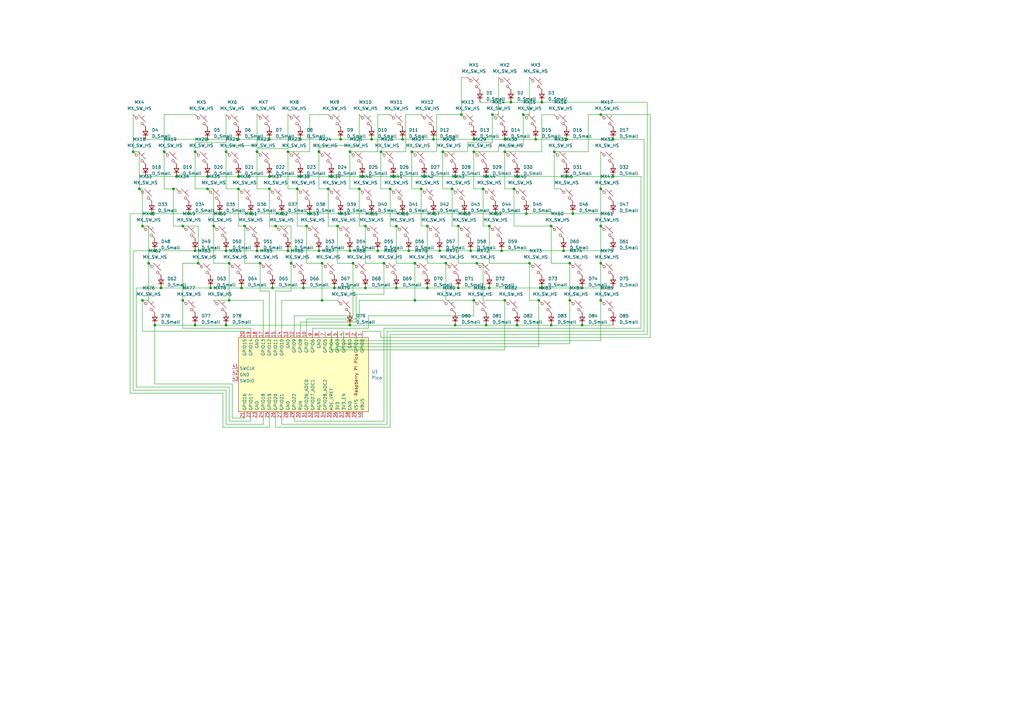
<source format=kicad_sch>
(kicad_sch (version 20230121) (generator eeschema)
  (paper "A3")
  (lib_symbols
    (symbol "Device:D_Small" (pin_numbers hide) (pin_names (offset 0.254) hide)
      (property "Reference" "D" (at -1.27 2.032 0))
      (property "Value" "D_Small" (at -3.81 -2.032 0))
      (symbol "D_Small_1_1"
        (pin passive line (at -2.54 0 0) (length 1.778) (name "K") (number "1"))
        (pin passive line (at 2.54 0 180) (length 1.778) (name "A") (number "2"))
      )
    )
    (symbol "MCU_RaspberryPi_and_Boards:Pico"
      (property "Reference" "U" (at -13.97 27.94 0))
      (property "Value" "Pico" (at 0 19.05 0))
      (symbol "Pico_0_0"
        (text "Raspberry Pi Pico" (at 0 21.59 0) (effects (font (size 1.27 1.27))))
      )
      (symbol "Pico_1_1"
        (pin bidirectional line (at -17.78 24.13 0) (length 2.54) (name "GPIO0") (number "1"))
        (pin bidirectional line (at -17.78 1.27 0) (length 2.54) (name "GPIO7") (number "10"))
        (pin bidirectional line (at -17.78 -1.27 0) (length 2.54) (name "GPIO8") (number "11"))
        (pin bidirectional line (at -17.78 -3.81 0) (length 2.54) (name "GPIO9") (number "12"))
        (pin power_in line (at -17.78 -6.35 0) (length 2.54) (name "GND") (number "13"))
        (pin bidirectional line (at -17.78 -8.89 0) (length 2.54) (name "GPIO10") (number "14"))
        (pin bidirectional line (at -17.78 -11.43 0) (length 2.54) (name "GPIO11") (number "15"))
        (pin bidirectional line (at -17.78 -13.97 0) (length 2.54) (name "GPIO12") (number "16"))
        (pin bidirectional line (at -17.78 -16.51 0) (length 2.54) (name "GPIO13") (number "17"))
        (pin power_in line (at -17.78 -19.05 0) (length 2.54) (name "GND") (number "18"))
        (pin bidirectional line (at -17.78 -21.59 0) (length 2.54) (name "GPIO14") (number "19"))
        (pin bidirectional line (at -17.78 21.59 0) (length 2.54) (name "GPIO1") (number "2"))
        (pin bidirectional line (at -17.78 -24.13 0) (length 2.54) (name "GPIO15") (number "20"))
        (pin bidirectional line (at 17.78 -24.13 180) (length 2.54) (name "GPIO16") (number "21"))
        (pin bidirectional line (at 17.78 -21.59 180) (length 2.54) (name "GPIO17") (number "22"))
        (pin power_in line (at 17.78 -19.05 180) (length 2.54) (name "GND") (number "23"))
        (pin bidirectional line (at 17.78 -16.51 180) (length 2.54) (name "GPIO18") (number "24"))
        (pin bidirectional line (at 17.78 -13.97 180) (length 2.54) (name "GPIO19") (number "25"))
        (pin bidirectional line (at 17.78 -11.43 180) (length 2.54) (name "GPIO20") (number "26"))
        (pin bidirectional line (at 17.78 -8.89 180) (length 2.54) (name "GPIO21") (number "27"))
        (pin power_in line (at 17.78 -6.35 180) (length 2.54) (name "GND") (number "28"))
        (pin bidirectional line (at 17.78 -3.81 180) (length 2.54) (name "GPIO22") (number "29"))
        (pin power_in line (at -17.78 19.05 0) (length 2.54) (name "GND") (number "3"))
        (pin input line (at 17.78 -1.27 180) (length 2.54) (name "RUN") (number "30"))
        (pin bidirectional line (at 17.78 1.27 180) (length 2.54) (name "GPIO26_ADC0") (number "31"))
        (pin bidirectional line (at 17.78 3.81 180) (length 2.54) (name "GPIO27_ADC1") (number "32"))
        (pin power_in line (at 17.78 6.35 180) (length 2.54) (name "AGND") (number "33"))
        (pin bidirectional line (at 17.78 8.89 180) (length 2.54) (name "GPIO28_ADC2") (number "34"))
        (pin power_in line (at 17.78 11.43 180) (length 2.54) (name "ADC_VREF") (number "35"))
        (pin power_in line (at 17.78 13.97 180) (length 2.54) (name "3V3") (number "36"))
        (pin input line (at 17.78 16.51 180) (length 2.54) (name "3V3_EN") (number "37"))
        (pin bidirectional line (at 17.78 19.05 180) (length 2.54) (name "GND") (number "38"))
        (pin power_in line (at 17.78 21.59 180) (length 2.54) (name "VSYS") (number "39"))
        (pin bidirectional line (at -17.78 16.51 0) (length 2.54) (name "GPIO2") (number "4"))
        (pin power_in line (at 17.78 24.13 180) (length 2.54) (name "VBUS") (number "40"))
        (pin input line (at -2.54 -29.21 90) (length 2.54) (name "SWCLK") (number "41"))
        (pin power_in line (at 0 -29.21 90) (length 2.54) (name "GND") (number "42"))
        (pin bidirectional line (at 2.54 -29.21 90) (length 2.54) (name "SWDIO") (number "43"))
        (pin bidirectional line (at -17.78 13.97 0) (length 2.54) (name "GPIO3") (number "5"))
        (pin bidirectional line (at -17.78 11.43 0) (length 2.54) (name "GPIO4") (number "6"))
        (pin bidirectional line (at -17.78 8.89 0) (length 2.54) (name "GPIO5") (number "7"))
        (pin power_in line (at -17.78 6.35 0) (length 2.54) (name "GND") (number "8"))
        (pin bidirectional line (at -17.78 3.81 0) (length 2.54) (name "GPIO6") (number "9"))
      )
    )
    (symbol "PCM_marbastlib-mx:MX_SW_HS" (pin_numbers hide) (pin_names (offset 1.016) hide)
      (property "Reference" "MX" (at 3.048 1.016 0))
      (property "Value" "MX_SW_HS" (at 0 -3.81 0))
      (symbol "MX_SW_HS_0_1"
        (pin passive line (at -2.54 2.54 0) (length 0) (name "1") (number "1"))
        (pin passive line (at 2.54 -2.54 180) (length 0) (name "2") (number "2"))
      )
    )
  )
  (junction (at 165.1 87.63))
  (junction (at 97.79 72.39))
  (junction (at 186.69 133.35))
  (junction (at 190.5 87.63))
  (junction (at 118.11 62.23))
  (junction (at 127 87.63))
  (junction (at 175.26 92.71))
  (junction (at 233.68 123.19))
  (junction (at 165.1 57.15))
  (junction (at 123.19 57.15))
  (junction (at 200.66 92.71))
  (junction (at 63.5 102.87))
  (junction (at 189.23 46.99))
  (junction (at 226.06 133.35))
  (junction (at 227.33 62.23))
  (junction (at 106.68 107.95))
  (junction (at 238.76 133.35))
  (junction (at 212.09 72.39))
  (junction (at 139.7 87.63))
  (junction (at 193.04 102.87))
  (junction (at 143.51 62.23))
  (junction (at 99.06 118.11))
  (junction (at 130.81 102.87))
  (junction (at 149.86 118.11))
  (junction (at 58.42 123.19))
  (junction (at 201.93 46.99))
  (junction (at 85.09 77.47))
  (junction (at 209.55 41.91))
  (junction (at 85.09 57.15))
  (junction (at 97.79 77.47))
  (junction (at 92.71 62.23))
  (junction (at 132.08 107.95))
  (junction (at 77.47 87.63))
  (junction (at 92.71 133.35))
  (junction (at 110.49 72.39))
  (junction (at 110.49 57.15))
  (junction (at 81.28 107.95))
  (junction (at 194.31 123.19))
  (junction (at 93.98 107.95))
  (junction (at 119.38 107.95))
  (junction (at 110.49 77.47))
  (junction (at 177.8 57.15))
  (junction (at 222.25 118.11))
  (junction (at 246.38 92.71))
  (junction (at 177.8 87.63))
  (junction (at 105.41 62.23))
  (junction (at 215.9 87.63))
  (junction (at 97.79 57.15))
  (junction (at 194.31 62.23))
  (junction (at 125.73 92.71))
  (junction (at 199.39 133.35))
  (junction (at 246.38 123.19))
  (junction (at 234.95 87.63))
  (junction (at 203.2 87.63))
  (junction (at 217.17 107.95))
  (junction (at 251.46 57.15))
  (junction (at 113.03 92.71))
  (junction (at 162.56 92.71))
  (junction (at 115.57 87.63))
  (junction (at 222.25 41.91))
  (junction (at 200.66 118.11))
  (junction (at 238.76 118.11))
  (junction (at 62.23 87.63))
  (junction (at 207.01 123.19))
  (junction (at 60.96 107.95))
  (junction (at 231.14 102.87))
  (junction (at 182.88 107.95))
  (junction (at 118.11 102.87))
  (junction (at 121.92 77.47))
  (junction (at 154.94 102.87))
  (junction (at 93.98 123.19))
  (junction (at 187.96 92.71))
  (junction (at 105.41 102.87))
  (junction (at 71.12 77.47))
  (junction (at 80.01 133.35))
  (junction (at 148.59 72.39))
  (junction (at 54.61 62.23))
  (junction (at 137.16 118.11))
  (junction (at 135.89 72.39))
  (junction (at 186.69 72.39))
  (junction (at 144.78 107.95))
  (junction (at 246.38 77.47))
  (junction (at 246.38 46.99))
  (junction (at 205.74 102.87))
  (junction (at 219.71 57.15))
  (junction (at 138.43 92.71))
  (junction (at 124.46 118.11))
  (junction (at 72.39 72.39))
  (junction (at 212.09 133.35))
  (junction (at 214.63 46.99))
  (junction (at 157.48 107.95))
  (junction (at 123.19 72.39))
  (junction (at 100.33 92.71))
  (junction (at 185.42 77.47))
  (junction (at 132.08 123.19))
  (junction (at 111.76 118.11))
  (junction (at 194.31 57.15))
  (junction (at 170.18 107.95))
  (junction (at 251.46 72.39))
  (junction (at 58.42 92.71))
  (junction (at 175.26 118.11))
  (junction (at 156.21 62.23))
  (junction (at 246.38 107.95))
  (junction (at 92.71 102.87))
  (junction (at 160.02 77.47))
  (junction (at 210.82 77.47))
  (junction (at 180.34 102.87))
  (junction (at 181.61 62.23))
  (junction (at 143.51 102.87))
  (junction (at 173.99 72.39))
  (junction (at 161.29 72.39))
  (junction (at 85.09 72.39))
  (junction (at 172.72 77.47))
  (junction (at 170.18 123.19))
  (junction (at 87.63 92.71))
  (junction (at 233.68 107.95))
  (junction (at 149.86 92.71))
  (junction (at 152.4 57.15))
  (junction (at 57.15 77.47))
  (junction (at 86.36 118.11))
  (junction (at 80.01 62.23))
  (junction (at 66.04 118.11))
  (junction (at 232.41 57.15))
  (junction (at 147.32 77.47))
  (junction (at 226.06 92.71))
  (junction (at 74.93 92.71))
  (junction (at 162.56 118.11))
  (junction (at 74.93 123.19))
  (junction (at 232.41 72.39))
  (junction (at 67.31 62.23))
  (junction (at 63.5 133.35))
  (junction (at 130.81 62.23))
  (junction (at 199.39 72.39))
  (junction (at 102.87 87.63))
  (junction (at 152.4 87.63))
  (junction (at 198.12 77.47))
  (junction (at 143.51 133.35))
  (junction (at 80.01 102.87))
  (junction (at 90.17 87.63))
  (junction (at 195.58 107.95))
  (junction (at 168.91 62.23))
  (junction (at 134.62 77.47))
  (junction (at 207.01 57.15))
  (junction (at 207.01 62.23))
  (junction (at 187.96 118.11))
  (junction (at 220.98 123.19))
  (junction (at 139.7 57.15))
  (junction (at 167.64 102.87))
  (wire (pts (xy 222.25 62.23) (xy 207.01 62.23)))
  (wire (pts (xy 196.85 41.91) (xy 209.55 41.91)))
  (wire (pts (xy 198.12 123.19) (xy 198.12 107.95)))
  (wire (pts (xy 204.47 31.75) (xy 204.47 46.99)))
  (wire (pts (xy 201.93 58.42) (xy 201.93 46.99)))
  (wire (pts (xy 60.96 107.95) (xy 60.96 92.71)))
  (wire (pts (xy 198.12 92.71) (xy 198.12 77.47)))
  (wire (pts (xy 154.94 62.23) (xy 143.51 62.23)))
  (wire (pts (xy 170.18 123.19) (xy 181.61 123.19)))
  (wire (pts (xy 85.09 57.15) (xy 97.79 57.15)))
  (wire (pts (xy 58.42 123.19) (xy 58.42 135.89)))
  (wire (pts (xy 231.14 102.87) (xy 251.46 102.87)))
  (wire (pts (xy 57.15 62.23) (xy 54.61 62.23)))
  (wire (pts (xy 113.03 175.26) (xy 160.02 175.26)))
  (wire (pts (xy 217.17 107.95) (xy 200.66 107.95)))
  (wire (pts (xy 127 46.99) (xy 127 62.23)))
  (wire (pts (xy 186.69 133.35) (xy 199.39 133.35)))
  (wire (pts (xy 165.1 57.15) (xy 177.8 57.15)))
  (wire (pts (xy 74.93 107.95) (xy 81.28 107.95)))
  (wire (pts (xy 55.88 118.11) (xy 66.04 118.11)))
  (wire (pts (xy 120.65 129.54) (xy 144.78 129.54)))
  (wire (pts (xy 138.43 107.95) (xy 138.43 92.71)))
  (wire (pts (xy 107.95 171.45) (xy 107.95 173.99)))
  (wire (pts (xy 130.81 102.87) (xy 143.51 102.87)))
  (wire (pts (xy 232.41 57.15) (xy 251.46 57.15)))
  (wire (pts (xy 93.98 158.75) (xy 55.88 158.75)))
  (wire (pts (xy 147.32 77.47) (xy 147.32 92.71)))
  (wire (pts (xy 113.03 119.38) (xy 119.38 119.38)))
  (wire (pts (xy 194.31 57.15) (xy 207.01 57.15)))
  (wire (pts (xy 175.26 92.71) (xy 175.26 107.95)))
  (wire (pts (xy 156.21 138.43) (xy 266.7 138.43)))
  (wire (pts (xy 187.96 107.95) (xy 187.96 92.71)))
  (wire (pts (xy 127 87.63) (xy 139.7 87.63)))
  (wire (pts (xy 63.5 157.48) (xy 63.5 133.35)))
  (wire (pts (xy 87.63 107.95) (xy 87.63 92.71)))
  (wire (pts (xy 139.7 87.63) (xy 152.4 87.63)))
  (wire (pts (xy 120.65 135.89) (xy 120.65 129.54)))
  (wire (pts (xy 63.5 102.87) (xy 80.01 102.87)))
  (wire (pts (xy 226.06 107.95) (xy 226.06 92.71)))
  (wire (pts (xy 232.41 72.39) (xy 251.46 72.39)))
  (wire (pts (xy 102.87 87.63) (xy 115.57 87.63)))
  (wire (pts (xy 119.38 119.38) (xy 119.38 107.95)))
  (wire (pts (xy 177.8 87.63) (xy 190.5 87.63)))
  (wire (pts (xy 121.92 92.71) (xy 121.92 77.47)))
  (wire (pts (xy 118.11 46.99) (xy 118.11 60.96)))
  (wire (pts (xy 175.26 118.11) (xy 187.96 118.11)))
  (wire (pts (xy 102.87 172.72) (xy 93.98 172.72)))
  (wire (pts (xy 266.7 46.99) (xy 246.38 46.99)))
  (wire (pts (xy 140.97 140.97) (xy 233.68 140.97)))
  (wire (pts (xy 168.91 62.23) (xy 168.91 77.47)))
  (wire (pts (xy 132.08 107.95) (xy 125.73 107.95)))
  (wire (pts (xy 143.51 77.47) (xy 147.32 77.47)))
  (wire (pts (xy 92.71 102.87) (xy 105.41 102.87)))
  (wire (pts (xy 199.39 133.35) (xy 212.09 133.35)))
  (wire (pts (xy 160.02 175.26) (xy 160.02 137.16)))
  (wire (pts (xy 167.64 102.87) (xy 180.34 102.87)))
  (wire (pts (xy 105.41 46.99) (xy 105.41 59.69)))
  (wire (pts (xy 123.19 57.15) (xy 139.7 57.15)))
  (wire (pts (xy 100.33 135.89) (xy 58.42 135.89)))
  (wire (pts (xy 151.13 134.62) (xy 151.13 129.54)))
  (wire (pts (xy 227.33 77.47) (xy 227.33 62.23)))
  (wire (pts (xy 110.49 72.39) (xy 123.19 72.39)))
  (wire (pts (xy 119.38 107.95) (xy 119.38 92.71)))
  (wire (pts (xy 241.3 62.23) (xy 227.33 62.23)))
  (wire (pts (xy 146.05 132.08) (xy 146.05 120.65)))
  (wire (pts (xy 220.98 123.19) (xy 217.17 123.19)))
  (wire (pts (xy 92.71 173.99) (xy 92.71 160.02)))
  (wire (pts (xy 123.19 135.89) (xy 123.19 132.08)))
  (wire (pts (xy 204.47 46.99) (xy 201.93 46.99)))
  (wire (pts (xy 246.38 107.95) (xy 246.38 123.19)))
  (wire (pts (xy 158.75 173.99) (xy 158.75 135.89)))
  (wire (pts (xy 149.86 107.95) (xy 149.86 92.71)))
  (wire (pts (xy 217.17 31.75) (xy 217.17 46.99)))
  (wire (pts (xy 53.34 161.29) (xy 53.34 87.63)))
  (wire (pts (xy 128.27 135.89) (xy 128.27 134.62)))
  (wire (pts (xy 177.8 57.15) (xy 194.31 57.15)))
  (wire (pts (xy 110.49 135.89) (xy 110.49 119.38)))
  (wire (pts (xy 187.96 92.71) (xy 185.42 92.71)))
  (wire (pts (xy 186.69 72.39) (xy 199.39 72.39)))
  (wire (pts (xy 144.78 107.95) (xy 138.43 107.95)))
  (wire (pts (xy 80.01 133.35) (xy 92.71 133.35)))
  (wire (pts (xy 124.46 118.11) (xy 137.16 118.11)))
  (wire (pts (xy 207.01 143.51) (xy 207.01 123.19)))
  (wire (pts (xy 77.47 87.63) (xy 90.17 87.63)))
  (wire (pts (xy 189.23 31.75) (xy 189.23 46.99)))
  (wire (pts (xy 81.28 107.95) (xy 81.28 92.71)))
  (wire (pts (xy 147.32 123.19) (xy 170.18 123.19)))
  (wire (pts (xy 80.01 58.42) (xy 80.01 62.23)))
  (wire (pts (xy 143.51 133.35) (xy 186.69 133.35)))
  (wire (pts (xy 132.08 123.19) (xy 132.08 107.95)))
  (wire (pts (xy 137.16 118.11) (xy 149.86 118.11)))
  (wire (pts (xy 121.92 77.47) (xy 118.11 77.47)))
  (wire (pts (xy 92.71 59.69) (xy 92.71 62.23)))
  (wire (pts (xy 264.16 135.89) (xy 264.16 57.15)))
  (wire (pts (xy 110.49 171.45) (xy 110.49 175.26)))
  (wire (pts (xy 95.25 171.45) (xy 95.25 157.48)))
  (wire (pts (xy 110.49 77.47) (xy 110.49 92.71)))
  (wire (pts (xy 120.65 171.45) (xy 120.65 172.72)))
  (wire (pts (xy 170.18 123.19) (xy 170.18 107.95)))
  (wire (pts (xy 115.57 123.19) (xy 132.08 123.19)))
  (wire (pts (xy 226.06 92.71) (xy 210.82 92.71)))
  (wire (pts (xy 62.23 87.63) (xy 77.47 87.63)))
  (wire (pts (xy 123.19 72.39) (xy 135.89 72.39)))
  (wire (pts (xy 194.31 123.19) (xy 182.88 123.19)))
  (wire (pts (xy 60.96 123.19) (xy 60.96 107.95)))
  (wire (pts (xy 113.03 171.45) (xy 113.03 175.26)))
  (wire (pts (xy 102.87 134.62) (xy 74.93 134.62)))
  (wire (pts (xy 130.81 77.47) (xy 130.81 62.23)))
  (wire (pts (xy 115.57 135.89) (xy 115.57 123.19)))
  (wire (pts (xy 172.72 92.71) (xy 175.26 92.71)))
  (wire (pts (xy 58.42 123.19) (xy 60.96 123.19)))
  (wire (pts (xy 139.7 57.15) (xy 152.4 57.15)))
  (wire (pts (xy 166.37 62.23) (xy 156.21 62.23)))
  (wire (pts (xy 181.61 77.47) (xy 181.61 62.23)))
  (wire (pts (xy 215.9 87.63) (xy 234.95 87.63)))
  (wire (pts (xy 179.07 46.99) (xy 179.07 62.23)))
  (wire (pts (xy 246.38 62.23) (xy 246.38 77.47)))
  (wire (pts (xy 125.73 135.89) (xy 125.73 130.81)))
  (wire (pts (xy 118.11 60.96) (xy 105.41 60.96)))
  (wire (pts (xy 207.01 123.19) (xy 198.12 123.19)))
  (wire (pts (xy 238.76 118.11) (xy 251.46 118.11)))
  (wire (pts (xy 234.95 87.63) (xy 251.46 87.63)))
  (wire (pts (xy 99.06 118.11) (xy 111.76 118.11)))
  (wire (pts (xy 125.73 92.71) (xy 121.92 92.71)))
  (wire (pts (xy 125.73 130.81) (xy 147.32 130.81)))
  (wire (pts (xy 181.61 62.23) (xy 191.77 62.23)))
  (wire (pts (xy 91.44 175.26) (xy 91.44 161.29)))
  (wire (pts (xy 97.79 57.15) (xy 110.49 57.15)))
  (wire (pts (xy 161.29 72.39) (xy 173.99 72.39)))
  (wire (pts (xy 92.71 133.35) (xy 143.51 133.35)))
  (wire (pts (xy 160.02 46.99) (xy 154.94 46.99)))
  (wire (pts (xy 100.33 92.71) (xy 97.79 92.71)))
  (wire (pts (xy 198.12 107.95) (xy 195.58 107.95)))
  (wire (pts (xy 115.57 171.45) (xy 115.57 173.99)))
  (wire (pts (xy 265.43 137.16) (xy 265.43 41.91)))
  (wire (pts (xy 123.19 132.08) (xy 146.05 132.08)))
  (wire (pts (xy 115.57 87.63) (xy 127 87.63)))
  (wire (pts (xy 194.31 129.54) (xy 194.31 123.19)))
  (wire (pts (xy 143.51 102.87) (xy 154.94 102.87)))
  (wire (pts (xy 110.49 57.15) (xy 123.19 57.15)))
  (wire (pts (xy 60.96 92.71) (xy 58.42 92.71)))
  (wire (pts (xy 152.4 57.15) (xy 165.1 57.15)))
  (wire (pts (xy 140.97 135.89) (xy 140.97 140.97)))
  (wire (pts (xy 138.43 92.71) (xy 134.62 92.71)))
  (wire (pts (xy 162.56 107.95) (xy 162.56 92.71)))
  (wire (pts (xy 212.09 133.35) (xy 226.06 133.35)))
  (wire (pts (xy 233.68 107.95) (xy 233.68 123.19)))
  (wire (pts (xy 118.11 102.87) (xy 130.81 102.87)))
  (wire (pts (xy 200.66 118.11) (xy 222.25 118.11)))
  (wire (pts (xy 130.81 59.69) (xy 130.81 62.23)))
  (wire (pts (xy 157.48 134.62) (xy 262.89 134.62)))
  (wire (pts (xy 138.43 135.89) (xy 138.43 142.24)))
  (wire (pts (xy 222.25 46.99) (xy 222.25 62.23)))
  (wire (pts (xy 209.55 41.91) (xy 222.25 41.91)))
  (wire (pts (xy 246.38 46.99) (xy 241.3 46.99)))
  (wire (pts (xy 86.36 118.11) (xy 99.06 118.11)))
  (wire (pts (xy 115.57 173.99) (xy 158.75 173.99)))
  (wire (pts (xy 191.77 58.42) (xy 201.93 58.42)))
  (wire (pts (xy 105.41 62.23) (xy 105.41 77.47)))
  (wire (pts (xy 246.38 77.47) (xy 246.38 92.71)))
  (wire (pts (xy 194.31 62.23) (xy 204.47 62.23)))
  (wire (pts (xy 214.63 59.69) (xy 214.63 46.99)))
  (wire (pts (xy 200.66 107.95) (xy 200.66 92.71)))
  (wire (pts (xy 151.13 129.54) (xy 194.31 129.54)))
  (wire (pts (xy 149.86 118.11) (xy 162.56 118.11)))
  (wire (pts (xy 193.04 102.87) (xy 205.74 102.87)))
  (wire (pts (xy 156.21 77.47) (xy 156.21 62.23)))
  (wire (pts (xy 233.68 107.95) (xy 226.06 107.95)))
  (wire (pts (xy 92.71 46.99) (xy 92.71 58.42)))
  (wire (pts (xy 148.59 135.89) (xy 156.21 135.89)))
  (wire (pts (xy 92.71 58.42) (xy 80.01 58.42)))
  (wire (pts (xy 204.47 62.23) (xy 204.47 59.69)))
  (wire (pts (xy 185.42 77.47) (xy 181.61 77.47)))
  (wire (pts (xy 210.82 77.47) (xy 207.01 77.47)))
  (wire (pts (xy 148.59 72.39) (xy 161.29 72.39)))
  (wire (pts (xy 97.79 72.39) (xy 110.49 72.39)))
  (wire (pts (xy 238.76 133.35) (xy 251.46 133.35)))
  (wire (pts (xy 95.25 157.48) (xy 63.5 157.48)))
  (wire (pts (xy 93.98 123.19) (xy 107.95 123.19)))
  (wire (pts (xy 146.05 139.7) (xy 246.38 139.7)))
  (wire (pts (xy 125.73 107.95) (xy 125.73 92.71)))
  (wire (pts (xy 59.69 57.15) (xy 85.09 57.15)))
  (wire (pts (xy 80.01 77.47) (xy 80.01 62.23)))
  (wire (pts (xy 72.39 77.47) (xy 71.12 77.47)))
  (wire (pts (xy 168.91 77.47) (xy 172.72 77.47)))
  (wire (pts (xy 111.76 118.11) (xy 124.46 118.11)))
  (wire (pts (xy 210.82 92.71) (xy 210.82 77.47)))
  (wire (pts (xy 217.17 123.19) (xy 217.17 107.95)))
  (wire (pts (xy 160.02 92.71) (xy 160.02 77.47)))
  (wire (pts (xy 229.87 77.47) (xy 227.33 77.47)))
  (wire (pts (xy 207.01 77.47) (xy 207.01 62.23)))
  (wire (pts (xy 144.78 129.54) (xy 144.78 107.95)))
  (wire (pts (xy 128.27 134.62) (xy 151.13 134.62)))
  (wire (pts (xy 54.61 46.99) (xy 54.61 62.23)))
  (wire (pts (xy 166.37 46.99) (xy 166.37 62.23)))
  (wire (pts (xy 158.75 135.89) (xy 264.16 135.89)))
  (wire (pts (xy 63.5 133.35) (xy 80.01 133.35)))
  (wire (pts (xy 204.47 59.69) (xy 214.63 59.69)))
  (wire (pts (xy 87.63 92.71) (xy 87.63 77.47)))
  (wire (pts (xy 105.41 60.96) (xy 105.41 62.23)))
  (wire (pts (xy 93.98 172.72) (xy 93.98 158.75)))
  (wire (pts (xy 90.17 87.63) (xy 102.87 87.63)))
  (wire (pts (xy 72.39 72.39) (xy 85.09 72.39)))
  (wire (pts (xy 100.33 107.95) (xy 100.33 92.71)))
  (wire (pts (xy 154.94 46.99) (xy 154.94 62.23)))
  (wire (pts (xy 119.38 92.71) (xy 113.03 92.71)))
  (wire (pts (xy 199.39 72.39) (xy 212.09 72.39)))
  (wire (pts (xy 147.32 46.99) (xy 147.32 59.69)))
  (wire (pts (xy 67.31 46.99) (xy 67.31 62.23)))
  (wire (pts (xy 156.21 135.89) (xy 156.21 138.43)))
  (wire (pts (xy 198.12 77.47) (xy 194.31 77.47)))
  (wire (pts (xy 135.89 72.39) (xy 148.59 72.39)))
  (wire (pts (xy 175.26 107.95) (xy 182.88 107.95)))
  (wire (pts (xy 203.2 87.63) (xy 215.9 87.63)))
  (wire (pts (xy 106.68 107.95) (xy 100.33 107.95)))
  (wire (pts (xy 138.43 142.24) (xy 220.98 142.24)))
  (wire (pts (xy 135.89 143.51) (xy 207.01 143.51)))
  (wire (pts (xy 185.42 92.71) (xy 185.42 77.47)))
  (wire (pts (xy 157.48 172.72) (xy 157.48 134.62)))
  (wire (pts (xy 67.31 77.47) (xy 67.31 62.23)))
  (wire (pts (xy 173.99 72.39) (xy 186.69 72.39)))
  (wire (pts (xy 200.66 92.71) (xy 198.12 92.71)))
  (wire (pts (xy 195.58 107.95) (xy 187.96 107.95)))
  (wire (pts (xy 106.68 119.38) (xy 106.68 107.95)))
  (wire (pts (xy 162.56 92.71) (xy 160.02 92.71)))
  (wire (pts (xy 105.41 59.69) (xy 92.71 59.69)))
  (wire (pts (xy 134.62 46.99) (xy 127 46.99)))
  (wire (pts (xy 57.15 77.47) (xy 57.15 62.23)))
  (wire (pts (xy 226.06 133.35) (xy 238.76 133.35)))
  (wire (pts (xy 74.93 134.62) (xy 74.93 123.19)))
  (wire (pts (xy 93.98 107.95) (xy 87.63 107.95)))
  (wire (pts (xy 54.61 160.02) (xy 54.61 102.87)))
  (wire (pts (xy 81.28 92.71) (xy 74.93 92.71)))
  (wire (pts (xy 162.56 118.11) (xy 175.26 118.11)))
  (wire (pts (xy 179.07 62.23) (xy 168.91 62.23)))
  (wire (pts (xy 85.09 77.47) (xy 80.01 77.47)))
  (wire (pts (xy 180.34 102.87) (xy 193.04 102.87)))
  (wire (pts (xy 74.93 123.19) (xy 74.93 107.95)))
  (wire (pts (xy 246.38 92.71) (xy 246.38 107.95)))
  (wire (pts (xy 147.32 59.69) (xy 130.81 59.69)))
  (wire (pts (xy 266.7 138.43) (xy 266.7 46.99)))
  (wire (pts (xy 265.43 41.91) (xy 222.25 41.91)))
  (wire (pts (xy 110.49 175.26) (xy 91.44 175.26)))
  (wire (pts (xy 227.33 46.99) (xy 222.25 46.99)))
  (wire (pts (xy 182.88 123.19) (xy 182.88 107.95)))
  (wire (pts (xy 262.89 134.62) (xy 262.89 72.39)))
  (wire (pts (xy 205.74 102.87) (xy 231.14 102.87)))
  (wire (pts (xy 264.16 57.15) (xy 251.46 57.15)))
  (wire (pts (xy 71.12 92.71) (xy 71.12 77.47)))
  (wire (pts (xy 92.71 160.02) (xy 54.61 160.02)))
  (wire (pts (xy 97.79 77.47) (xy 92.71 77.47)))
  (wire (pts (xy 152.4 87.63) (xy 165.1 87.63)))
  (wire (pts (xy 91.44 161.29) (xy 53.34 161.29)))
  (wire (pts (xy 187.96 118.11) (xy 200.66 118.11)))
  (wire (pts (xy 147.32 92.71) (xy 149.86 92.71)))
  (wire (pts (xy 58.42 92.71) (xy 58.42 77.47)))
  (wire (pts (xy 246.38 139.7) (xy 246.38 123.19)))
  (wire (pts (xy 87.63 77.47) (xy 85.09 77.47)))
  (wire (pts (xy 102.87 135.89) (xy 102.87 134.62)))
  (wire (pts (xy 55.88 158.75) (xy 55.88 118.11)))
  (wire (pts (xy 54.61 102.87) (xy 63.5 102.87)))
  (wire (pts (xy 127 62.23) (xy 118.11 62.23)))
  (wire (pts (xy 194.31 77.47) (xy 194.31 62.23)))
  (wire (pts (xy 233.68 140.97) (xy 233.68 123.19)))
  (wire (pts (xy 262.89 72.39) (xy 251.46 72.39)))
  (wire (pts (xy 219.71 57.15) (xy 232.41 57.15)))
  (wire (pts (xy 170.18 107.95) (xy 162.56 107.95)))
  (wire (pts (xy 160.02 137.16) (xy 265.43 137.16)))
  (wire (pts (xy 80.01 46.99) (xy 67.31 46.99)))
  (wire (pts (xy 105.41 102.87) (xy 118.11 102.87)))
  (wire (pts (xy 110.49 119.38) (xy 106.68 119.38)))
  (wire (pts (xy 105.41 77.47) (xy 110.49 77.47)))
  (wire (pts (xy 93.98 123.19) (xy 93.98 107.95)))
  (wire (pts (xy 134.62 92.71) (xy 134.62 77.47)))
  (wire (pts (xy 147.32 130.81) (xy 147.32 123.19)))
  (wire (pts (xy 85.09 72.39) (xy 97.79 72.39)))
  (wire (pts (xy 146.05 135.89) (xy 146.05 139.7)))
  (wire (pts (xy 143.51 62.23) (xy 143.51 77.47)))
  (wire (pts (xy 110.49 92.71) (xy 113.03 92.71)))
  (wire (pts (xy 80.01 102.87) (xy 92.71 102.87)))
  (wire (pts (xy 134.62 77.47) (xy 130.81 77.47)))
  (wire (pts (xy 190.5 87.63) (xy 203.2 87.63)))
  (wire (pts (xy 172.72 77.47) (xy 172.72 92.71)))
  (wire (pts (xy 135.89 135.89) (xy 135.89 143.51)))
  (wire (pts (xy 222.25 118.11) (xy 238.76 118.11)))
  (wire (pts (xy 191.77 31.75) (xy 189.23 31.75)))
  (wire (pts (xy 97.79 92.71) (xy 97.79 77.47)))
  (wire (pts (xy 146.05 120.65) (xy 157.48 120.65)))
  (wire (pts (xy 189.23 46.99) (xy 179.07 46.99)))
  (wire (pts (xy 92.71 77.47) (xy 92.71 62.23)))
  (wire (pts (xy 120.65 172.72) (xy 157.48 172.72)))
  (wire (pts (xy 157.48 107.95) (xy 149.86 107.95)))
  (wire (pts (xy 53.34 87.63) (xy 62.23 87.63)))
  (wire (pts (xy 102.87 171.45) (xy 102.87 172.72)))
  (wire (pts (xy 132.08 123.19) (xy 138.43 123.19)))
  (wire (pts (xy 87.63 123.19) (xy 93.98 123.19)))
  (wire (pts (xy 118.11 77.47) (xy 118.11 62.23)))
  (wire (pts (xy 74.93 92.71) (xy 71.12 92.71)))
  (wire (pts (xy 160.02 77.47) (xy 156.21 77.47)))
  (wire (pts (xy 157.48 120.65) (xy 157.48 107.95)))
  (wire (pts (xy 212.09 72.39) (xy 232.41 72.39)))
  (wire (pts (xy 59.69 72.39) (xy 72.39 72.39)))
  (wire (pts (xy 100.33 171.45) (xy 95.25 171.45)))
  (wire (pts (xy 113.03 135.89) (xy 113.03 119.38)))
  (wire (pts (xy 71.12 77.47) (xy 67.31 77.47)))
  (wire (pts (xy 217.17 46.99) (xy 214.63 46.99)))
  (wire (pts (xy 58.42 77.47) (xy 57.15 77.47)))
  (wire (pts (xy 107.95 135.89) (xy 107.95 123.19)))
  (wire (pts (xy 107.95 173.99) (xy 92.71 173.99)))
  (wire (pts (xy 207.01 57.15) (xy 219.71 57.15)))
  (wire (pts (xy 191.77 62.23) (xy 191.77 58.42)))
  (wire (pts (xy 66.04 118.11) (xy 86.36 118.11)))
  (wire (pts (xy 165.1 87.63) (xy 177.8 87.63)))
  (wire (pts (xy 154.94 102.87) (xy 167.64 102.87)))
  (wire (pts (xy 241.3 46.99) (xy 241.3 62.23)))
  (wire (pts (xy 220.98 142.24) (xy 220.98 123.19)))
  (wire (pts (xy 172.72 46.99) (xy 166.37 46.99)))
  (symbol (lib_id "Device:D_Small") (at 187.96 115.57 90) (unit 1)
    (property "Reference" "D71" (at 190.5 114.3 90) (effects (justify right)))
    (property "Value" "D_Small" (at 190.5 116.84 90) (effects (justify right)))
    (property "Footprint" "Diode_SMD:D_0805_2012Metric_Pad1.15x1.40mm_HandSolder" (effects hide))
    (property "Sim.Device" "D" (effects hide))
    (property "Sim.Pins" "1=K 2=A" (effects hide))
  )
  (symbol (lib_id "Device:D_Small") (at 234.95 85.09 90) (unit 1)
    (property "Reference" "D46" (at 237.49 83.82 90) (effects (justify right)))
    (property "Value" "D_Small" (at 237.49 86.36 90) (effects (justify right)))
    (property "Footprint" "Diode_SMD:D_0805_2012Metric_Pad1.15x1.40mm_HandSolder" (effects hide))
    (property "Sim.Device" "D" (effects hide))
    (property "Sim.Pins" "1=K 2=A" (effects hide))
  )
  (symbol (lib_id "PCM_marbastlib-mx:MX_SW_HS") (at 162.56 80.01 0) (unit 1)
    (property "Reference" "MX41" (at 162.56 72.39 0))
    (property "Value" "MX_SW_HS" (at 162.56 74.93 0))
    (property "Footprint" "PCM_marbastlib-mx:SW_MX_HS_1u" (effects hide))
  )
  (symbol (lib_id "PCM_marbastlib-mx:MX_SW_HS") (at 137.16 49.53 0) (unit 1)
    (property "Reference" "MX9" (at 137.16 41.91 0))
    (property "Value" "MX_SW_HS" (at 137.16 44.45 0))
    (property "Footprint" "PCM_marbastlib-mx:SW_MX_HS_1u" (effects hide))
  )
  (symbol (lib_id "PCM_marbastlib-mx:MX_SW_HS") (at 124.46 80.01 0) (unit 1)
    (property "Reference" "MX38" (at 124.46 72.39 0))
    (property "Value" "MX_SW_HS" (at 124.46 74.93 0))
    (property "Footprint" "PCM_marbastlib-mx:SW_MX_HS_1u" (effects hide))
  )
  (symbol (lib_id "Device:D_Small") (at 222.25 115.57 90) (unit 1)
    (property "Reference" "D73" (at 224.79 114.3 90) (effects (justify right)))
    (property "Value" "D_Small" (at 224.79 116.84 90) (effects (justify right)))
    (property "Footprint" "Diode_SMD:D_0805_2012Metric_Pad1.15x1.40mm_HandSolder" (effects hide))
    (property "Sim.Device" "D" (effects hide))
    (property "Sim.Pins" "1=K 2=A" (effects hide))
  )
  (symbol (lib_id "PCM_marbastlib-mx:MX_SW_HS") (at 113.03 80.01 0) (unit 1)
    (property "Reference" "MX37" (at 113.03 72.39 0))
    (property "Value" "MX_SW_HS" (at 113.03 74.93 0))
    (property "Footprint" "PCM_marbastlib-mx:SW_MX_HS_1u" (effects hide))
  )
  (symbol (lib_id "Device:D_Small") (at 186.69 130.81 90) (unit 1)
    (property "Reference" "D80" (at 189.23 129.54 90) (effects (justify right)))
    (property "Value" "D_Small" (at 189.23 132.08 90) (effects (justify right)))
    (property "Footprint" "Diode_SMD:D_0805_2012Metric_Pad1.15x1.40mm_HandSolder" (effects hide))
    (property "Sim.Device" "D" (effects hide))
    (property "Sim.Pins" "1=K 2=A" (effects hide))
  )
  (symbol (lib_id "Device:D_Small") (at 118.11 100.33 90) (unit 1)
    (property "Reference" "D52" (at 120.65 99.06 90) (effects (justify right)))
    (property "Value" "D_Small" (at 120.65 101.6 90) (effects (justify right)))
    (property "Footprint" "Diode_SMD:D_0805_2012Metric_Pad1.15x1.40mm_HandSolder" (effects hide))
    (property "Sim.Device" "D" (effects hide))
    (property "Sim.Pins" "1=K 2=A" (effects hide))
  )
  (symbol (lib_id "PCM_marbastlib-mx:MX_SW_HS") (at 100.33 80.01 0) (unit 1)
    (property "Reference" "MX36" (at 100.33 72.39 0))
    (property "Value" "MX_SW_HS" (at 100.33 74.93 0))
    (property "Footprint" "PCM_marbastlib-mx:SW_MX_HS_1u" (effects hide))
  )
  (symbol (lib_id "PCM_marbastlib-mx:MX_SW_HS") (at 158.75 64.77 0) (unit 1)
    (property "Reference" "MX26" (at 158.75 57.15 0))
    (property "Value" "MX_SW_HS" (at 158.75 59.69 0))
    (property "Footprint" "PCM_marbastlib-mx:SW_MX_HS_1u" (effects hide))
  )
  (symbol (lib_id "PCM_marbastlib-mx:MX_SW_HS") (at 134.62 110.49 0) (unit 1)
    (property "Reference" "MX67" (at 134.62 102.87 0))
    (property "Value" "MX_SW_HS" (at 134.62 105.41 0))
    (property "Footprint" "PCM_marbastlib-mx:SW_MX_HS_1u" (effects hide))
  )
  (symbol (lib_id "PCM_marbastlib-mx:MX_SW_HS") (at 146.05 64.77 0) (unit 1)
    (property "Reference" "MX25" (at 146.05 57.15 0))
    (property "Value" "MX_SW_HS" (at 146.05 59.69 0))
    (property "Footprint" "PCM_marbastlib-mx:SW_MX_HS_1u" (effects hide))
  )
  (symbol (lib_id "Device:D_Small") (at 63.5 100.33 90) (unit 1)
    (property "Reference" "D48" (at 66.04 99.06 90) (effects (justify right)))
    (property "Value" "D_Small" (at 66.04 101.6 90) (effects (justify right)))
    (property "Footprint" "Diode_SMD:D_0805_2012Metric_Pad1.15x1.40mm_HandSolder" (effects hide))
    (property "Sim.Device" "D" (effects hide))
    (property "Sim.Pins" "1=K 2=A" (effects hide))
  )
  (symbol (lib_id "Device:D_Small") (at 238.76 115.57 90) (unit 1)
    (property "Reference" "D74" (at 241.3 114.3 90) (effects (justify right)))
    (property "Value" "D_Small" (at 241.3 116.84 90) (effects (justify right)))
    (property "Footprint" "Diode_SMD:D_0805_2012Metric_Pad1.15x1.40mm_HandSolder" (effects hide))
    (property "Sim.Device" "D" (effects hide))
    (property "Sim.Pins" "1=K 2=A" (effects hide))
  )
  (symbol (lib_id "Device:D_Small") (at 251.46 115.57 90) (unit 1)
    (property "Reference" "D75" (at 254 114.3 90) (effects (justify right)))
    (property "Value" "D_Small" (at 254 116.84 90) (effects (justify right)))
    (property "Footprint" "Diode_SMD:D_0805_2012Metric_Pad1.15x1.40mm_HandSolder" (effects hide))
    (property "Sim.Device" "D" (effects hide))
    (property "Sim.Pins" "1=K 2=A" (effects hide))
  )
  (symbol (lib_id "PCM_marbastlib-mx:MX_SW_HS") (at 190.5 95.25 0) (unit 1)
    (property "Reference" "MX58" (at 190.5 87.63 0))
    (property "Value" "MX_SW_HS" (at 190.5 90.17 0))
    (property "Footprint" "PCM_marbastlib-mx:SW_MX_HS_1u" (effects hide))
  )
  (symbol (lib_id "Device:D_Small") (at 251.46 100.33 90) (unit 1)
    (property "Reference" "D61" (at 254 99.06 90) (effects (justify right)))
    (property "Value" "D_Small" (at 254 101.6 90) (effects (justify right)))
    (property "Footprint" "Diode_SMD:D_0805_2012Metric_Pad1.15x1.40mm_HandSolder" (effects hide))
    (property "Sim.Device" "D" (effects hide))
    (property "Sim.Pins" "1=K 2=A" (effects hide))
  )
  (symbol (lib_id "Device:D_Small") (at 251.46 54.61 90) (unit 1)
    (property "Reference" "D17" (at 254 53.34 90) (effects (justify right)))
    (property "Value" "D_Small" (at 254 55.88 90) (effects (justify right)))
    (property "Footprint" "Diode_SMD:D_0805_2012Metric_Pad1.15x1.40mm_HandSolder" (effects hide))
    (property "Sim.Device" "D" (effects hide))
    (property "Sim.Pins" "1=K 2=A" (effects hide))
  )
  (symbol (lib_id "Device:D_Small") (at 222.25 39.37 90) (unit 1)
    (property "Reference" "D3" (at 224.79 38.1 90) (effects (justify right)))
    (property "Value" "D_Small" (at 224.79 40.64 90) (effects (justify right)))
    (property "Footprint" "Diode_SMD:D_0805_2012Metric_Pad1.15x1.40mm_HandSolder" (effects hide))
    (property "Sim.Device" "D" (effects hide))
    (property "Sim.Pins" "1=K 2=A" (effects hide))
  )
  (symbol (lib_id "Device:D_Small") (at 193.04 100.33 90) (unit 1)
    (property "Reference" "D58" (at 195.58 99.06 90) (effects (justify right)))
    (property "Value" "D_Small" (at 195.58 101.6 90) (effects (justify right)))
    (property "Footprint" "Diode_SMD:D_0805_2012Metric_Pad1.15x1.40mm_HandSolder" (effects hide))
    (property "Sim.Device" "D" (effects hide))
    (property "Sim.Pins" "1=K 2=A" (effects hide))
  )
  (symbol (lib_id "Device:D_Small") (at 90.17 85.09 90) (unit 1)
    (property "Reference" "D35" (at 92.71 83.82 90) (effects (justify right)))
    (property "Value" "D_Small" (at 92.71 86.36 90) (effects (justify right)))
    (property "Footprint" "Diode_SMD:D_0805_2012Metric_Pad1.15x1.40mm_HandSolder" (effects hide))
    (property "Sim.Device" "D" (effects hide))
    (property "Sim.Pins" "1=K 2=A" (effects hide))
  )
  (symbol (lib_id "PCM_marbastlib-mx:MX_SW_HS") (at 152.4 95.25 0) (unit 1)
    (property "Reference" "MX55" (at 152.4 87.63 0))
    (property "Value" "MX_SW_HS" (at 152.4 90.17 0))
    (property "Footprint" "PCM_marbastlib-mx:SW_MX_HS_1u" (effects hide))
  )
  (symbol (lib_id "PCM_marbastlib-mx:MX_SW_HS") (at 95.25 64.77 0) (unit 1)
    (property "Reference" "MX21" (at 95.25 57.15 0))
    (property "Value" "MX_SW_HS" (at 95.25 59.69 0))
    (property "Footprint" "PCM_marbastlib-mx:SW_MX_HS_1u" (effects hide))
  )
  (symbol (lib_id "PCM_marbastlib-mx:MX_SW_HS") (at 120.65 64.77 0) (unit 1)
    (property "Reference" "MX23" (at 120.65 57.15 0))
    (property "Value" "MX_SW_HS" (at 120.65 59.69 0))
    (property "Footprint" "PCM_marbastlib-mx:SW_MX_HS_1u" (effects hide))
  )
  (symbol (lib_id "Device:D_Small") (at 152.4 85.09 90) (unit 1)
    (property "Reference" "D40" (at 154.94 83.82 90) (effects (justify right)))
    (property "Value" "D_Small" (at 154.94 86.36 90) (effects (justify right)))
    (property "Footprint" "Diode_SMD:D_0805_2012Metric_Pad1.15x1.40mm_HandSolder" (effects hide))
    (property "Sim.Device" "D" (effects hide))
    (property "Sim.Pins" "1=K 2=A" (effects hide))
  )
  (symbol (lib_id "Device:D_Small") (at 77.47 85.09 90) (unit 1)
    (property "Reference" "D34" (at 80.01 83.82 90) (effects (justify right)))
    (property "Value" "D_Small" (at 80.01 86.36 90) (effects (justify right)))
    (property "Footprint" "Diode_SMD:D_0805_2012Metric_Pad1.15x1.40mm_HandSolder" (effects hide))
    (property "Sim.Device" "D" (effects hide))
    (property "Sim.Pins" "1=K 2=A" (effects hide))
  )
  (symbol (lib_id "Device:D_Small") (at 99.06 115.57 90) (unit 1)
    (property "Reference" "D64" (at 101.6 114.3 90) (effects (justify right)))
    (property "Value" "D_Small" (at 101.6 116.84 90) (effects (justify right)))
    (property "Footprint" "Diode_SMD:D_0805_2012Metric_Pad1.15x1.40mm_HandSolder" (effects hide))
    (property "Sim.Device" "D" (effects hide))
    (property "Sim.Pins" "1=K 2=A" (effects hide))
  )
  (symbol (lib_id "PCM_marbastlib-mx:MX_SW_HS") (at 162.56 49.53 0) (unit 1)
    (property "Reference" "MX11" (at 162.56 41.91 0))
    (property "Value" "MX_SW_HS" (at 162.56 44.45 0))
    (property "Footprint" "PCM_marbastlib-mx:SW_MX_HS_1u" (effects hide))
  )
  (symbol (lib_id "PCM_marbastlib-mx:MX_SW_HS") (at 196.85 64.77 0) (unit 1)
    (property "Reference" "MX29" (at 196.85 57.15 0))
    (property "Value" "MX_SW_HS" (at 196.85 59.69 0))
    (property "Footprint" "PCM_marbastlib-mx:SW_MX_HS_1u" (effects hide))
  )
  (symbol (lib_id "Device:D_Small") (at 127 85.09 90) (unit 1)
    (property "Reference" "D38" (at 129.54 83.82 90) (effects (justify right)))
    (property "Value" "D_Small" (at 129.54 86.36 90) (effects (justify right)))
    (property "Footprint" "Diode_SMD:D_0805_2012Metric_Pad1.15x1.40mm_HandSolder" (effects hide))
    (property "Sim.Device" "D" (effects hide))
    (property "Sim.Pins" "1=K 2=A" (effects hide))
  )
  (symbol (lib_id "PCM_marbastlib-mx:MX_SW_HS") (at 120.65 49.53 0) (unit 1)
    (property "Reference" "MX8" (at 120.65 41.91 0))
    (property "Value" "MX_SW_HS" (at 120.65 44.45 0))
    (property "Footprint" "PCM_marbastlib-mx:SW_MX_HS_1u" (effects hide))
  )
  (symbol (lib_id "Device:D_Small") (at 59.69 54.61 90) (unit 1)
    (property "Reference" "D4" (at 62.23 53.34 90) (effects (justify right)))
    (property "Value" "D_Small" (at 62.23 55.88 90) (effects (justify right)))
    (property "Footprint" "Diode_SMD:D_0805_2012Metric_Pad1.15x1.40mm_HandSolder" (effects hide))
    (property "Sim.Device" "D" (effects hide))
    (property "Sim.Pins" "1=K 2=A" (effects hide))
  )
  (symbol (lib_id "Device:D_Small") (at 251.46 69.85 90) (unit 1)
    (property "Reference" "D32" (at 254 68.58 90) (effects (justify right)))
    (property "Value" "D_Small" (at 254 71.12 90) (effects (justify right)))
    (property "Footprint" "Diode_SMD:D_0805_2012Metric_Pad1.15x1.40mm_HandSolder" (effects hide))
    (property "Sim.Device" "D" (effects hide))
    (property "Sim.Pins" "1=K 2=A" (effects hide))
  )
  (symbol (lib_id "Device:D_Small") (at 72.39 69.85 90) (unit 1)
    (property "Reference" "D19" (at 74.93 68.58 90) (effects (justify right)))
    (property "Value" "D_Small" (at 74.93 71.12 90) (effects (justify right)))
    (property "Footprint" "Diode_SMD:D_0805_2012Metric_Pad1.15x1.40mm_HandSolder" (effects hide))
    (property "Sim.Device" "D" (effects hide))
    (property "Sim.Pins" "1=K 2=A" (effects hide))
  )
  (symbol (lib_id "PCM_marbastlib-mx:MX_SW_HS") (at 90.17 95.25 0) (unit 1)
    (property "Reference" "MX50" (at 90.17 87.63 0))
    (property "Value" "MX_SW_HS" (at 90.17 90.17 0))
    (property "Footprint" "PCM_marbastlib-mx:SW_MX_HS_1u" (effects hide))
  )
  (symbol (lib_id "PCM_marbastlib-mx:MX_SW_HS") (at 229.87 64.77 0) (unit 1)
    (property "Reference" "MX31" (at 229.87 57.15 0))
    (property "Value" "MX_SW_HS" (at 229.87 59.69 0))
    (property "Footprint" "PCM_marbastlib-mx:SW_MX_HS_1u" (effects hide))
  )
  (symbol (lib_id "Device:D_Small") (at 190.5 85.09 90) (unit 1)
    (property "Reference" "D43" (at 193.04 83.82 90) (effects (justify right)))
    (property "Value" "D_Small" (at 193.04 86.36 90) (effects (justify right)))
    (property "Footprint" "Diode_SMD:D_0805_2012Metric_Pad1.15x1.40mm_HandSolder" (effects hide))
    (property "Sim.Device" "D" (effects hide))
    (property "Sim.Pins" "1=K 2=A" (effects hide))
  )
  (symbol (lib_id "Device:D_Small") (at 177.8 85.09 90) (unit 1)
    (property "Reference" "D42" (at 180.34 83.82 90) (effects (justify right)))
    (property "Value" "D_Small" (at 180.34 86.36 90) (effects (justify right)))
    (property "Footprint" "Diode_SMD:D_0805_2012Metric_Pad1.15x1.40mm_HandSolder" (effects hide))
    (property "Sim.Device" "D" (effects hide))
    (property "Sim.Pins" "1=K 2=A" (effects hide))
  )
  (symbol (lib_id "Device:D_Small") (at 110.49 69.85 90) (unit 1)
    (property "Reference" "D22" (at 113.03 68.58 90) (effects (justify right)))
    (property "Value" "D_Small" (at 113.03 71.12 90) (effects (justify right)))
    (property "Footprint" "Diode_SMD:D_0805_2012Metric_Pad1.15x1.40mm_HandSolder" (effects hide))
    (property "Sim.Device" "D" (effects hide))
    (property "Sim.Pins" "1=K 2=A" (effects hide))
  )
  (symbol (lib_id "PCM_marbastlib-mx:MX_SW_HS") (at 60.96 125.73 0) (unit 1)
    (property "Reference" "MX76" (at 60.96 118.11 0))
    (property "Value" "MX_SW_HS" (at 60.96 120.65 0))
    (property "Footprint" "PCM_marbastlib-mx:SW_MX_HS_1.75u" (effects hide))
  )
  (symbol (lib_id "Device:D_Small") (at 215.9 85.09 90) (unit 1)
    (property "Reference" "D45" (at 218.44 83.82 90) (effects (justify right)))
    (property "Value" "D_Small" (at 218.44 86.36 90) (effects (justify right)))
    (property "Footprint" "Diode_SMD:D_0805_2012Metric_Pad1.15x1.40mm_HandSolder" (effects hide))
    (property "Sim.Device" "D" (effects hide))
    (property "Sim.Pins" "1=K 2=A" (effects hide))
  )
  (symbol (lib_id "Device:D_Small") (at 177.8 54.61 90) (unit 1)
    (property "Reference" "D12" (at 180.34 53.34 90) (effects (justify right)))
    (property "Value" "D_Small" (at 180.34 55.88 90) (effects (justify right)))
    (property "Footprint" "Diode_SMD:D_0805_2012Metric_Pad1.15x1.40mm_HandSolder" (effects hide))
    (property "Sim.Device" "D" (effects hide))
    (property "Sim.Pins" "1=K 2=A" (effects hide))
  )
  (symbol (lib_id "PCM_marbastlib-mx:MX_SW_HS") (at 87.63 80.01 0) (unit 1)
    (property "Reference" "MX35" (at 87.63 72.39 0))
    (property "Value" "MX_SW_HS" (at 87.63 74.93 0))
    (property "Footprint" "PCM_marbastlib-mx:SW_MX_HS_1u" (effects hide))
  )
  (symbol (lib_id "PCM_marbastlib-mx:MX_SW_HS") (at 213.36 80.01 0) (unit 1)
    (property "Reference" "MX45" (at 213.36 72.39 0))
    (property "Value" "MX_SW_HS" (at 213.36 74.93 0))
    (property "Footprint" "PCM_marbastlib-mx:SW_MX_HS_1u" (effects hide))
  )
  (symbol (lib_id "Device:D_Small") (at 205.74 100.33 90) (unit 1)
    (property "Reference" "D59" (at 208.28 99.06 90) (effects (justify right)))
    (property "Value" "D_Small" (at 208.28 101.6 90) (effects (justify right)))
    (property "Footprint" "Diode_SMD:D_0805_2012Metric_Pad1.15x1.40mm_HandSolder" (effects hide))
    (property "Sim.Device" "D" (effects hide))
    (property "Sim.Pins" "1=K 2=A" (effects hide))
  )
  (symbol (lib_id "PCM_marbastlib-mx:MX_SW_HS") (at 209.55 125.73 0) (unit 1)
    (property "Reference" "MX82" (at 209.55 118.11 0))
    (property "Value" "MX_SW_HS" (at 209.55 120.65 0))
    (property "Footprint" "PCM_marbastlib-mx:SW_MX_HS_1u" (effects hide))
  )
  (symbol (lib_id "Device:D_Small") (at 212.09 130.81 90) (unit 1)
    (property "Reference" "D82" (at 214.63 129.54 90) (effects (justify right)))
    (property "Value" "D_Small" (at 214.63 132.08 90) (effects (justify right)))
    (property "Footprint" "Diode_SMD:D_0805_2012Metric_Pad1.15x1.40mm_HandSolder" (effects hide))
    (property "Sim.Device" "D" (effects hide))
    (property "Sim.Pins" "1=K 2=A" (effects hide))
  )
  (symbol (lib_id "PCM_marbastlib-mx:MX_SW_HS") (at 175.26 49.53 0) (unit 1)
    (property "Reference" "MX12" (at 175.26 41.91 0))
    (property "Value" "MX_SW_HS" (at 175.26 44.45 0))
    (property "Footprint" "PCM_marbastlib-mx:SW_MX_HS_1u" (effects hide))
  )
  (symbol (lib_id "Device:D_Small") (at 137.16 115.57 90) (unit 1)
    (property "Reference" "D67" (at 139.7 114.3 90) (effects (justify right)))
    (property "Value" "D_Small" (at 139.7 116.84 90) (effects (justify right)))
    (property "Footprint" "Diode_SMD:D_0805_2012Metric_Pad1.15x1.40mm_HandSolder" (effects hide))
    (property "Sim.Device" "D" (effects hide))
    (property "Sim.Pins" "1=K 2=A" (effects hide))
  )
  (symbol (lib_id "Device:D_Small") (at 63.5 130.81 90) (unit 1)
    (property "Reference" "D76" (at 66.04 129.54 90) (effects (justify right)))
    (property "Value" "D_Small" (at 66.04 132.08 90) (effects (justify right)))
    (property "Footprint" "Diode_SMD:D_0805_2012Metric_Pad1.15x1.40mm_HandSolder" (effects hide))
    (property "Sim.Device" "D" (effects hide))
    (property "Sim.Pins" "1=K 2=A" (effects hide))
  )
  (symbol (lib_id "Device:D_Small") (at 123.19 54.61 90) (unit 1)
    (property "Reference" "D8" (at 125.73 53.34 90) (effects (justify right)))
    (property "Value" "D_Small" (at 125.73 55.88 90) (effects (justify right)))
    (property "Footprint" "Diode_SMD:D_0805_2012Metric_Pad1.15x1.40mm_HandSolder" (effects hide))
    (property "Sim.Device" "D" (effects hide))
    (property "Sim.Pins" "1=K 2=A" (effects hide))
  )
  (symbol (lib_id "PCM_marbastlib-mx:MX_SW_HS") (at 172.72 110.49 0) (unit 1)
    (property "Reference" "MX70" (at 172.72 102.87 0))
    (property "Value" "MX_SW_HS" (at 172.72 105.41 0))
    (property "Footprint" "PCM_marbastlib-mx:SW_MX_HS_1u" (effects hide))
  )
  (symbol (lib_id "Device:D_Small") (at 200.66 115.57 90) (unit 1)
    (property "Reference" "D72" (at 203.2 114.3 90) (effects (justify right)))
    (property "Value" "D_Small" (at 203.2 116.84 90) (effects (justify right)))
    (property "Footprint" "Diode_SMD:D_0805_2012Metric_Pad1.15x1.40mm_HandSolder" (effects hide))
    (property "Sim.Device" "D" (effects hide))
    (property "Sim.Pins" "1=K 2=A" (effects hide))
  )
  (symbol (lib_id "PCM_marbastlib-mx:MX_SW_HS") (at 184.15 125.73 0) (unit 1)
    (property "Reference" "MX80" (at 184.15 118.11 0))
    (property "Value" "MX_SW_HS" (at 184.15 120.65 0))
    (property "Footprint" "PCM_marbastlib-mx:SW_MX_HS_1u" (effects hide))
  )
  (symbol (lib_id "PCM_marbastlib-mx:MX_SW_HS") (at 140.97 125.73 0) (unit 1)
    (property "Reference" "MX79" (at 140.97 118.11 0))
    (property "Value" "MX_SW_HS" (at 140.97 120.65 0))
    (property "Footprint" "PCM_marbastlib-mx:SW_MX_HS_1u" (effects hide))
  )
  (symbol (lib_id "PCM_marbastlib-mx:MX_SW_HS") (at 160.02 110.49 0) (unit 1)
    (property "Reference" "MX69" (at 160.02 102.87 0))
    (property "Value" "MX_SW_HS" (at 160.02 105.41 0))
    (property "Footprint" "PCM_marbastlib-mx:SW_MX_HS_1u" (effects hide))
  )
  (symbol (lib_id "PCM_marbastlib-mx:MX_SW_HS") (at 248.92 64.77 0) (unit 1)
    (property "Reference" "MX32" (at 248.92 57.15 0))
    (property "Value" "MX_SW_HS" (at 248.92 59.69 0))
    (property "Footprint" "PCM_marbastlib-mx:SW_MX_HS_1u" (effects hide))
  )
  (symbol (lib_id "Device:D_Small") (at 139.7 54.61 90) (unit 1)
    (property "Reference" "D9" (at 142.24 53.34 90) (effects (justify right)))
    (property "Value" "D_Small" (at 142.24 55.88 90) (effects (justify right)))
    (property "Footprint" "Diode_SMD:D_0805_2012Metric_Pad1.15x1.40mm_HandSolder" (effects hide))
    (property "Sim.Device" "D" (effects hide))
    (property "Sim.Pins" "1=K 2=A" (effects hide))
  )
  (symbol (lib_id "PCM_marbastlib-mx:MX_SW_HS") (at 133.35 64.77 0) (unit 1)
    (property "Reference" "MX24" (at 133.35 57.15 0))
    (property "Value" "MX_SW_HS" (at 133.35 59.69 0))
    (property "Footprint" "PCM_marbastlib-mx:SW_MX_HS_1u" (effects hide))
  )
  (symbol (lib_id "PCM_marbastlib-mx:MX_SW_HS") (at 59.69 80.01 0) (unit 1)
    (property "Reference" "MX33" (at 59.69 72.39 0))
    (property "Value" "MX_SW_HS" (at 59.69 74.93 0))
    (property "Footprint" "PCM_marbastlib-mx:SW_MX_HS_1.5u" (effects hide))
  )
  (symbol (lib_id "Device:D_Small") (at 161.29 69.85 90) (unit 1)
    (property "Reference" "D26" (at 163.83 68.58 90) (effects (justify right)))
    (property "Value" "D_Small" (at 163.83 71.12 90) (effects (justify right)))
    (property "Footprint" "Diode_SMD:D_0805_2012Metric_Pad1.15x1.40mm_HandSolder" (effects hide))
    (property "Sim.Device" "D" (effects hide))
    (property "Sim.Pins" "1=K 2=A" (effects hide))
  )
  (symbol (lib_id "Device:D_Small") (at 80.01 130.81 90) (unit 1)
    (property "Reference" "D77" (at 82.55 129.54 90) (effects (justify right)))
    (property "Value" "D_Small" (at 82.55 132.08 90) (effects (justify right)))
    (property "Footprint" "Diode_SMD:D_0805_2012Metric_Pad1.15x1.40mm_HandSolder" (effects hide))
    (property "Sim.Device" "D" (effects hide))
    (property "Sim.Pins" "1=K 2=A" (effects hide))
  )
  (symbol (lib_id "PCM_marbastlib-mx:MX_SW_HS") (at 229.87 49.53 0) (unit 1)
    (property "Reference" "MX16" (at 229.87 41.91 0))
    (property "Value" "MX_SW_HS" (at 229.87 44.45 0))
    (property "Footprint" "PCM_marbastlib-mx:SW_MX_HS_1u" (effects hide))
  )
  (symbol (lib_id "Device:D_Small") (at 196.85 39.37 90) (unit 1)
    (property "Reference" "D1" (at 199.39 38.1 90) (effects (justify right)))
    (property "Value" "D_Small" (at 199.39 40.64 90) (effects (justify right)))
    (property "Footprint" "Diode_SMD:D_0805_2012Metric_Pad1.15x1.40mm_HandSolder" (effects hide))
    (property "Sim.Device" "D" (effects hide))
    (property "Sim.Pins" "1=K 2=A" (effects hide))
  )
  (symbol (lib_id "Device:D_Small") (at 209.55 39.37 90) (unit 1)
    (property "Reference" "D2" (at 212.09 38.1 90) (effects (justify right)))
    (property "Value" "D_Small" (at 212.09 40.64 90) (effects (justify right)))
    (property "Footprint" "Diode_SMD:D_0805_2012Metric_Pad1.15x1.40mm_HandSolder" (effects hide))
    (property "Sim.Device" "D" (effects hide))
    (property "Sim.Pins" "1=K 2=A" (effects hide))
  )
  (symbol (lib_id "PCM_marbastlib-mx:MX_SW_HS") (at 82.55 49.53 0) (unit 1)
    (property "Reference" "MX5" (at 82.55 41.91 0))
    (property "Value" "MX_SW_HS" (at 82.55 44.45 0))
    (property "Footprint" "PCM_marbastlib-mx:SW_MX_HS_1u" (effects hide))
  )
  (symbol (lib_id "Device:D_Small") (at 231.14 100.33 90) (unit 1)
    (property "Reference" "D60" (at 233.68 99.06 90) (effects (justify right)))
    (property "Value" "D_Small" (at 233.68 101.6 90) (effects (justify right)))
    (property "Footprint" "Diode_SMD:D_0805_2012Metric_Pad1.15x1.40mm_HandSolder" (effects hide))
    (property "Sim.Device" "D" (effects hide))
    (property "Sim.Pins" "1=K 2=A" (effects hide))
  )
  (symbol (lib_id "Device:D_Small") (at 105.41 100.33 90) (unit 1)
    (property "Reference" "D51" (at 107.95 99.06 90) (effects (justify right)))
    (property "Value" "D_Small" (at 107.95 101.6 90) (effects (justify right)))
    (property "Footprint" "Diode_SMD:D_0805_2012Metric_Pad1.15x1.40mm_HandSolder" (effects hide))
    (property "Sim.Device" "D" (effects hide))
    (property "Sim.Pins" "1=K 2=A" (effects hide))
  )
  (symbol (lib_id "PCM_marbastlib-mx:MX_SW_HS") (at 217.17 49.53 0) (unit 1)
    (property "Reference" "MX15" (at 217.17 41.91 0))
    (property "Value" "MX_SW_HS" (at 217.17 44.45 0))
    (property "Footprint" "PCM_marbastlib-mx:SW_MX_HS_1u" (effects hide))
  )
  (symbol (lib_id "PCM_marbastlib-mx:MX_SW_HS") (at 236.22 125.73 0) (unit 1)
    (property "Reference" "MX84" (at 236.22 118.11 0))
    (property "Value" "MX_SW_HS" (at 236.22 120.65 0))
    (property "Footprint" "PCM_marbastlib-mx:SW_MX_HS_1u" (effects hide))
  )
  (symbol (lib_id "Device:D_Small") (at 251.46 130.81 90) (unit 1)
    (property "Reference" "D85" (at 254 129.54 90) (effects (justify right)))
    (property "Value" "D_Small" (at 254 132.08 90) (effects (justify right)))
    (property "Footprint" "Diode_SMD:D_0805_2012Metric_Pad1.15x1.40mm_HandSolder" (effects hide))
    (property "Sim.Device" "D" (effects hide))
    (property "Sim.Pins" "1=K 2=A" (effects hide))
  )
  (symbol (lib_id "Device:D_Small") (at 165.1 54.61 90) (unit 1)
    (property "Reference" "D11" (at 167.64 53.34 90) (effects (justify right)))
    (property "Value" "D_Small" (at 167.64 55.88 90) (effects (justify right)))
    (property "Footprint" "Diode_SMD:D_0805_2012Metric_Pad1.15x1.40mm_HandSolder" (effects hide))
    (property "Sim.Device" "D" (effects hide))
    (property "Sim.Pins" "1=K 2=A" (effects hide))
  )
  (symbol (lib_id "PCM_marbastlib-mx:MX_SW_HS") (at 219.71 110.49 0) (unit 1)
    (property "Reference" "MX73" (at 219.71 102.87 0))
    (property "Value" "MX_SW_HS" (at 219.71 105.41 0))
    (property "Footprint" "PCM_marbastlib-mx:SW_MX_HS_1.75u" (effects hide))
  )
  (symbol (lib_id "Device:D_Small") (at 97.79 54.61 90) (unit 1)
    (property "Reference" "D6" (at 100.33 53.34 90) (effects (justify right)))
    (property "Value" "D_Small" (at 100.33 55.88 90) (effects (justify right)))
    (property "Footprint" "Diode_SMD:D_0805_2012Metric_Pad1.15x1.40mm_HandSolder" (effects hide))
    (property "Sim.Device" "D" (effects hide))
    (property "Sim.Pins" "1=K 2=A" (effects hide))
  )
  (symbol (lib_id "PCM_marbastlib-mx:MX_SW_HS") (at 187.96 80.01 0) (unit 1)
    (property "Reference" "MX43" (at 187.96 72.39 0))
    (property "Value" "MX_SW_HS" (at 187.96 74.93 0))
    (property "Footprint" "PCM_marbastlib-mx:SW_MX_HS_1u" (effects hide))
  )
  (symbol (lib_id "Device:D_Small") (at 85.09 69.85 90) (unit 1)
    (property "Reference" "D20" (at 87.63 68.58 90) (effects (justify right)))
    (property "Value" "D_Small" (at 87.63 71.12 90) (effects (justify right)))
    (property "Footprint" "Diode_SMD:D_0805_2012Metric_Pad1.15x1.40mm_HandSolder" (effects hide))
    (property "Sim.Device" "D" (effects hide))
    (property "Sim.Pins" "1=K 2=A" (effects hide))
  )
  (symbol (lib_id "PCM_marbastlib-mx:MX_SW_HS") (at 109.22 110.49 0) (unit 1)
    (property "Reference" "MX65" (at 109.22 102.87 0))
    (property "Value" "MX_SW_HS" (at 109.22 105.41 0))
    (property "Footprint" "PCM_marbastlib-mx:SW_MX_HS_1u" (effects hide))
  )
  (symbol (lib_id "Device:D_Small") (at 232.41 54.61 90) (unit 1)
    (property "Reference" "D16" (at 234.95 53.34 90) (effects (justify right)))
    (property "Value" "D_Small" (at 234.95 55.88 90) (effects (justify right)))
    (property "Footprint" "Diode_SMD:D_0805_2012Metric_Pad1.15x1.40mm_HandSolder" (effects hide))
    (property "Sim.Device" "D" (effects hide))
    (property "Sim.Pins" "1=K 2=A" (effects hide))
  )
  (symbol (lib_id "Device:D_Small") (at 199.39 69.85 90) (unit 1)
    (property "Reference" "D29" (at 201.93 68.58 90) (effects (justify right)))
    (property "Value" "D_Small" (at 201.93 71.12 90) (effects (justify right)))
    (property "Footprint" "Diode_SMD:D_0805_2012Metric_Pad1.15x1.40mm_HandSolder" (effects hide))
    (property "Sim.Device" "D" (effects hide))
    (property "Sim.Pins" "1=K 2=A" (effects hide))
  )
  (symbol (lib_id "PCM_marbastlib-mx:MX_SW_HS") (at 248.92 110.49 0) (unit 1)
    (property "Reference" "MX75" (at 248.92 102.87 0))
    (property "Value" "MX_SW_HS" (at 248.92 105.41 0))
    (property "Footprint" "PCM_marbastlib-mx:SW_MX_HS_1u" (effects hide))
  )
  (symbol (lib_id "PCM_marbastlib-mx:MX_SW_HS") (at 128.27 95.25 0) (unit 1)
    (property "Reference" "MX53" (at 128.27 87.63 0))
    (property "Value" "MX_SW_HS" (at 128.27 90.17 0))
    (property "Footprint" "PCM_marbastlib-mx:SW_MX_HS_1u" (effects hide))
  )
  (symbol (lib_id "Device:D_Small") (at 226.06 130.81 90) (unit 1)
    (property "Reference" "D83" (at 228.6 129.54 90) (effects (justify right)))
    (property "Value" "D_Small" (at 228.6 132.08 90) (effects (justify right)))
    (property "Footprint" "Diode_SMD:D_0805_2012Metric_Pad1.15x1.40mm_HandSolder" (effects hide))
    (property "Sim.Device" "D" (effects hide))
    (property "Sim.Pins" "1=K 2=A" (effects hide))
  )
  (symbol (lib_id "PCM_marbastlib-mx:MX_SW_HS") (at 248.92 49.53 0) (unit 1)
    (property "Reference" "MX17" (at 248.92 41.91 0))
    (property "Value" "MX_SW_HS" (at 248.92 44.45 0))
    (property "Footprint" "PCM_marbastlib-mx:SW_MX_HS_1u" (effects hide))
  )
  (symbol (lib_id "PCM_marbastlib-mx:MX_SW_HS") (at 77.47 125.73 0) (unit 1)
    (property "Reference" "MX77" (at 77.47 118.11 0))
    (property "Value" "MX_SW_HS" (at 77.47 120.65 0))
    (property "Footprint" "PCM_marbastlib-mx:SW_MX_HS_1u" (effects hide))
  )
  (symbol (lib_id "PCM_marbastlib-mx:MX_SW_HS") (at 60.96 95.25 0) (unit 1)
    (property "Reference" "MX48" (at 60.96 87.63 0))
    (property "Value" "MX_SW_HS" (at 60.96 90.17 0))
    (property "Footprint" "PCM_marbastlib-mx:SW_MX_HS_1.75u" (effects hide))
  )
  (symbol (lib_id "PCM_marbastlib-mx:MX_SW_HS") (at 191.77 49.53 0) (unit 1)
    (property "Reference" "MX13" (at 191.77 41.91 0))
    (property "Value" "MX_SW_HS" (at 191.77 44.45 0))
    (property "Footprint" "PCM_marbastlib-mx:SW_MX_HS_1u" (effects hide))
  )
  (symbol (lib_id "Device:D_Small") (at 97.79 69.85 90) (unit 1)
    (property "Reference" "D21" (at 100.33 68.58 90) (effects (justify right)))
    (property "Value" "D_Small" (at 100.33 71.12 90) (effects (justify right)))
    (property "Footprint" "Diode_SMD:D_0805_2012Metric_Pad1.15x1.40mm_HandSolder" (effects hide))
    (property "Sim.Device" "D" (effects hide))
    (property "Sim.Pins" "1=K 2=A" (effects hide))
  )
  (symbol (lib_id "PCM_marbastlib-mx:MX_SW_HS") (at 90.17 125.73 0) (unit 1)
    (property "Reference" "MX78" (at 90.17 118.11 0))
    (property "Value" "MX_SW_HS" (at 90.17 120.65 0))
    (property "Footprint" "PCM_marbastlib-mx:SW_MX_HS_1u" (effects hide))
  )
  (symbol (lib_id "PCM_marbastlib-mx:MX_SW_HS") (at 57.15 64.77 0) (unit 1)
    (property "Reference" "MX18" (at 57.15 57.15 0))
    (property "Value" "MX_SW_HS" (at 57.15 59.69 0))
    (property "Footprint" "PCM_marbastlib-mx:SW_MX_HS_1u" (effects hide))
  )
  (symbol (lib_id "PCM_marbastlib-mx:MX_SW_HS") (at 248.92 80.01 0) (unit 1)
    (property "Reference" "MX47" (at 248.92 72.39 0))
    (property "Value" "MX_SW_HS" (at 248.92 74.93 0))
    (property "Footprint" "PCM_marbastlib-mx:SW_MX_HS_1u" (effects hide))
  )
  (symbol (lib_id "PCM_marbastlib-mx:MX_SW_HS") (at 248.92 95.25 0) (unit 1)
    (property "Reference" "MX61" (at 248.92 87.63 0))
    (property "Value" "MX_SW_HS" (at 248.92 90.17 0))
    (property "Footprint" "PCM_marbastlib-mx:SW_MX_HS_1u" (effects hide))
  )
  (symbol (lib_id "Device:D_Small") (at 162.56 115.57 90) (unit 1)
    (property "Reference" "D69" (at 165.1 114.3 90) (effects (justify right)))
    (property "Value" "D_Small" (at 165.1 116.84 90) (effects (justify right)))
    (property "Footprint" "Diode_SMD:D_0805_2012Metric_Pad1.15x1.40mm_HandSolder" (effects hide))
    (property "Sim.Device" "D" (effects hide))
    (property "Sim.Pins" "1=K 2=A" (effects hide))
  )
  (symbol (lib_id "Device:D_Small") (at 59.69 69.85 90) (unit 1)
    (property "Reference" "D18" (at 62.23 68.58 90) (effects (justify right)))
    (property "Value" "D_Small" (at 62.23 71.12 90) (effects (justify right)))
    (property "Footprint" "Diode_SMD:D_0805_2012Metric_Pad1.15x1.40mm_HandSolder" (effects hide))
    (property "Sim.Device" "D" (effects hide))
    (property "Sim.Pins" "1=K 2=A" (effects hide))
  )
  (symbol (lib_id "Device:D_Small") (at 135.89 69.85 90) (unit 1)
    (property "Reference" "D24" (at 138.43 68.58 90) (effects (justify right)))
    (property "Value" "D_Small" (at 138.43 71.12 90) (effects (justify right)))
    (property "Footprint" "Diode_SMD:D_0805_2012Metric_Pad1.15x1.40mm_HandSolder" (effects hide))
    (property "Sim.Device" "D" (effects hide))
    (property "Sim.Pins" "1=K 2=A" (effects hide))
  )
  (symbol (lib_id "Device:D_Small") (at 92.71 100.33 90) (unit 1)
    (property "Reference" "D50" (at 95.25 99.06 90) (effects (justify right)))
    (property "Value" "D_Small" (at 95.25 101.6 90) (effects (justify right)))
    (property "Footprint" "Diode_SMD:D_0805_2012Metric_Pad1.15x1.40mm_HandSolder" (effects hide))
    (property "Sim.Device" "D" (effects hide))
    (property "Sim.Pins" "1=K 2=A" (effects hide))
  )
  (symbol (lib_id "Device:D_Small") (at 123.19 69.85 90) (unit 1)
    (property "Reference" "D23" (at 125.73 68.58 90) (effects (justify right)))
    (property "Value" "D_Small" (at 125.73 71.12 90) (effects (justify right)))
    (property "Footprint" "Diode_SMD:D_0805_2012Metric_Pad1.15x1.40mm_HandSolder" (effects hide))
    (property "Sim.Device" "D" (effects hide))
    (property "Sim.Pins" "1=K 2=A" (effects hide))
  )
  (symbol (lib_id "Device:D_Small") (at 115.57 85.09 90) (unit 1)
    (property "Reference" "D37" (at 118.11 83.82 90) (effects (justify right)))
    (property "Value" "D_Small" (at 118.11 86.36 90) (effects (justify right)))
    (property "Footprint" "Diode_SMD:D_0805_2012Metric_Pad1.15x1.40mm_HandSolder" (effects hide))
    (property "Sim.Device" "D" (effects hide))
    (property "Sim.Pins" "1=K 2=A" (effects hide))
  )
  (symbol (lib_id "PCM_marbastlib-mx:MX_SW_HS") (at 194.31 34.29 0) (unit 1)
    (property "Reference" "MX1" (at 194.31 26.67 0))
    (property "Value" "MX_SW_HS" (at 194.31 29.21 0))
    (property "Footprint" "PCM_marbastlib-mx:SW_MX_HS_1u" (effects hide))
  )
  (symbol (lib_id "Device:D_Small") (at 111.76 115.57 90) (unit 1)
    (property "Reference" "D65" (at 114.3 114.3 90) (effects (justify right)))
    (property "Value" "D_Small" (at 114.3 116.84 90) (effects (justify right)))
    (property "Footprint" "Diode_SMD:D_0805_2012Metric_Pad1.15x1.40mm_HandSolder" (effects hide))
    (property "Sim.Device" "D" (effects hide))
    (property "Sim.Pins" "1=K 2=A" (effects hide))
  )
  (symbol (lib_id "PCM_marbastlib-mx:MX_SW_HS") (at 74.93 80.01 0) (unit 1)
    (property "Reference" "MX34" (at 74.93 72.39 0))
    (property "Value" "MX_SW_HS" (effects hide))
    (property "Footprint" "PCM_marbastlib-mx:SW_MX_HS_1u" (effects hide))
  )
  (symbol (lib_id "Device:D_Small") (at 66.04 115.57 90) (unit 1)
    (property "Reference" "D62" (at 68.58 114.3 90) (effects (justify right)))
    (property "Value" "D_Small" (at 68.58 116.84 90) (effects (justify right)))
    (property "Footprint" "Diode_SMD:D_0805_2012Metric_Pad1.15x1.40mm_HandSolder" (effects hide))
    (property "Sim.Device" "D" (effects hide))
    (property "Sim.Pins" "1=K 2=A" (effects hide))
  )
  (symbol (lib_id "Device:D_Small") (at 199.39 130.81 90) (unit 1)
    (property "Reference" "D81" (at 201.93 129.54 90) (effects (justify right)))
    (property "Value" "D_Small" (at 201.93 132.08 90) (effects (justify right)))
    (property "Footprint" "Diode_SMD:D_0805_2012Metric_Pad1.15x1.40mm_HandSolder" (effects hide))
    (property "Sim.Device" "D" (effects hide))
    (property "Sim.Pins" "1=K 2=A" (effects hide))
  )
  (symbol (lib_id "PCM_marbastlib-mx:MX_SW_HS") (at 204.47 49.53 0) (unit 1)
    (property "Reference" "MX14" (at 204.47 41.91 0))
    (property "Value" "MX_SW_HS" (at 204.47 44.45 0))
    (property "Footprint" "PCM_marbastlib-mx:SW_MX_HS_1u" (effects hide))
  )
  (symbol (lib_id "PCM_marbastlib-mx:MX_SW_HS") (at 149.86 49.53 0) (unit 1)
    (property "Reference" "MX10" (at 149.86 41.91 0))
    (property "Value" "MX_SW_HS" (at 149.86 44.45 0))
    (property "Footprint" "PCM_marbastlib-mx:SW_MX_HS_1u" (effects hide))
  )
  (symbol (lib_id "PCM_marbastlib-mx:MX_SW_HS") (at 149.86 80.01 0) (unit 1)
    (property "Reference" "MX40" (at 149.86 72.39 0))
    (property "Value" "MX_SW_HS" (at 149.86 74.93 0))
    (property "Footprint" "PCM_marbastlib-mx:SW_MX_HS_1u" (effects hide))
  )
  (symbol (lib_id "Device:D_Small") (at 92.71 130.81 90) (unit 1)
    (property "Reference" "D78" (at 95.25 129.54 90) (effects (justify right)))
    (property "Value" "D_Small" (at 95.25 132.08 90) (effects (justify right)))
    (property "Footprint" "Diode_SMD:D_0805_2012Metric_Pad1.15x1.40mm_HandSolder" (effects hide))
    (property "Sim.Device" "D" (effects hide))
    (property "Sim.Pins" "1=K 2=A" (effects hide))
  )
  (symbol (lib_id "Device:D_Small") (at 238.76 130.81 90) (unit 1)
    (property "Reference" "D84" (at 241.3 129.54 90) (effects (justify right)))
    (property "Value" "D_Small" (at 241.3 132.08 90) (effects (justify right)))
    (property "Footprint" "Diode_SMD:D_0805_2012Metric_Pad1.15x1.40mm_HandSolder" (effects hide))
    (property "Sim.Device" "D" (effects hide))
    (property "Sim.Pins" "1=K 2=A" (effects hide))
  )
  (symbol (lib_id "Device:D_Small") (at 148.59 69.85 90) (unit 1)
    (property "Reference" "D25" (at 151.13 68.58 90) (effects (justify right)))
    (property "Value" "D_Small" (at 151.13 71.12 90) (effects (justify right)))
    (property "Footprint" "Diode_SMD:D_0805_2012Metric_Pad1.15x1.40mm_HandSolder" (effects hide))
    (property "Sim.Device" "D" (effects hide))
    (property "Sim.Pins" "1=K 2=A" (effects hide))
  )
  (symbol (lib_id "PCM_marbastlib-mx:MX_SW_HS") (at 228.6 95.25 0) (unit 1)
    (property "Reference" "MX60" (at 228.6 87.63 0))
    (property "Value" "MX_SW_HS" (at 228.6 90.17 0))
    (property "Footprint" "PCM_marbastlib-mx:SW_MX_HS_1u" (effects hide))
  )
  (symbol (lib_id "Device:D_Small") (at 110.49 54.61 90) (unit 1)
    (property "Reference" "D7" (at 113.03 53.34 90) (effects (justify right)))
    (property "Value" "D_Small" (at 113.03 55.88 90) (effects (justify right)))
    (property "Footprint" "Diode_SMD:D_0805_2012Metric_Pad1.15x1.40mm_HandSolder" (effects hide))
    (property "Sim.Device" "D" (effects hide))
    (property "Sim.Pins" "1=K 2=A" (effects hide))
  )
  (symbol (lib_id "PCM_marbastlib-mx:MX_SW_HS") (at 177.8 95.25 0) (unit 1)
    (property "Reference" "MX57" (at 177.8 87.63 0))
    (property "Value" "MX_SW_HS" (at 177.8 90.17 0))
    (property "Footprint" "PCM_marbastlib-mx:SW_MX_HS_1u" (effects hide))
  )
  (symbol (lib_id "MCU_RaspberryPi_and_Boards:Pico") (at 124.46 153.67 270) (unit 1)
    (property "Reference" "U1" (at 152.4 152.4 90) (effects (justify left)))
    (property "Value" "Pico" (at 152.4 154.94 90) (effects (justify left)))
    (property "Footprint" "MCU_RaspberryPi_and_Boards:RPi_Pico_SMD_TH" (effects hide))
  )
  (symbol (lib_id "PCM_marbastlib-mx:MX_SW_HS") (at 57.15 49.53 0) (unit 1)
    (property "Reference" "MX4" (at 57.15 41.91 0))
    (property "Value" "MX_SW_HS" (at 57.15 44.45 0))
    (property "Footprint" "PCM_marbastlib-mx:SW_MX_HS_1u" (effects hide))
  )
  (symbol (lib_id "PCM_marbastlib-mx:MX_SW_HS") (at 115.57 95.25 0) (unit 1)
    (property "Reference" "MX52" (at 115.57 87.63 0))
    (property "Value" "MX_SW_HS" (at 115.57 90.17 0))
    (property "Footprint" "PCM_marbastlib-mx:SW_MX_HS_1u" (effects hide))
  )
  (symbol (lib_id "Device:D_Small") (at 85.09 54.61 90) (unit 1)
    (property "Reference" "D5" (at 87.63 53.34 90) (effects (justify right)))
    (property "Value" "D_Small" (at 87.63 55.88 90) (effects (justify right)))
    (property "Footprint" "Diode_SMD:D_0805_2012Metric_Pad1.15x1.40mm_HandSolder" (effects hide))
    (property "Sim.Device" "D" (effects hide))
    (property "Sim.Pins" "1=K 2=A" (effects hide))
  )
  (symbol (lib_id "Device:D_Small") (at 180.34 100.33 90) (unit 1)
    (property "Reference" "D57" (at 182.88 99.06 90) (effects (justify right)))
    (property "Value" "D_Small" (at 182.88 101.6 90) (effects (justify right)))
    (property "Footprint" "Diode_SMD:D_0805_2012Metric_Pad1.15x1.40mm_HandSolder" (effects hide))
    (property "Sim.Device" "D" (effects hide))
    (property "Sim.Pins" "1=K 2=A" (effects hide))
  )
  (symbol (lib_id "PCM_marbastlib-mx:MX_SW_HS") (at 171.45 64.77 0) (unit 1)
    (property "Reference" "MX27" (at 171.45 57.15 0))
    (property "Value" "MX_SW_HS" (at 171.45 59.69 0))
    (property "Footprint" "PCM_marbastlib-mx:SW_MX_HS_1u" (effects hide))
  )
  (symbol (lib_id "PCM_marbastlib-mx:MX_SW_HS") (at 236.22 110.49 0) (unit 1)
    (property "Reference" "MX74" (at 236.22 102.87 0))
    (property "Value" "MX_SW_HS" (at 236.22 105.41 0))
    (property "Footprint" "PCM_marbastlib-mx:SW_MX_HS_1u" (effects hide))
  )
  (symbol (lib_id "Device:D_Small") (at 124.46 115.57 90) (unit 1)
    (property "Reference" "D66" (at 127 114.3 90) (effects (justify right)))
    (property "Value" "D_Small" (at 127 116.84 90) (effects (justify right)))
    (property "Footprint" "Diode_SMD:D_0805_2012Metric_Pad1.15x1.40mm_HandSolder" (effects hide))
    (property "Sim.Device" "D" (effects hide))
    (property "Sim.Pins" "1=K 2=A" (effects hide))
  )
  (symbol (lib_id "Device:D_Small") (at 143.51 100.33 90) (unit 1)
    (property "Reference" "D54" (at 146.05 99.06 90) (effects (justify right)))
    (property "Value" "D_Small" (at 146.05 101.6 90) (effects (justify right)))
    (property "Footprint" "Diode_SMD:D_0805_2012Metric_Pad1.15x1.40mm_HandSolder" (effects hide))
    (property "Sim.Device" "D" (effects hide))
    (property "Sim.Pins" "1=K 2=A" (effects hide))
  )
  (symbol (lib_id "PCM_marbastlib-mx:MX_SW_HS") (at 107.95 64.77 0) (unit 1)
    (property "Reference" "MX22" (at 107.95 57.15 0))
    (property "Value" "MX_SW_HS" (at 107.95 59.69 0))
    (property "Footprint" "PCM_marbastlib-mx:SW_MX_HS_1u" (effects hide))
  )
  (symbol (lib_id "PCM_marbastlib-mx:MX_SW_HS") (at 223.52 125.73 0) (unit 1)
    (property "Reference" "MX83" (at 223.52 118.11 0))
    (property "Value" "MX_SW_HS" (at 223.52 120.65 0))
    (property "Footprint" "PCM_marbastlib-mx:SW_MX_HS_1u" (effects hide))
  )
  (symbol (lib_id "Device:D_Small") (at 207.01 54.61 90) (unit 1)
    (property "Reference" "D14" (at 209.55 53.34 90) (effects (justify right)))
    (property "Value" "D_Small" (at 209.55 55.88 90) (effects (justify right)))
    (property "Footprint" "Diode_SMD:D_0805_2012Metric_Pad1.15x1.40mm_HandSolder" (effects hide))
    (property "Sim.Device" "D" (effects hide))
    (property "Sim.Pins" "1=K 2=A" (effects hide))
  )
  (symbol (lib_id "PCM_marbastlib-mx:MX_SW_HS") (at 147.32 110.49 0) (unit 1)
    (property "Reference" "MX68" (at 147.32 102.87 0))
    (property "Value" "MX_SW_HS" (at 147.32 105.41 0))
    (property "Footprint" "PCM_marbastlib-mx:SW_MX_HS_1u" (effects hide))
  )
  (symbol (lib_id "Device:D_Small") (at 165.1 85.09 90) (unit 1)
    (property "Reference" "D41" (at 167.64 83.82 90) (effects (justify right)))
    (property "Value" "D_Small" (at 167.64 86.36 90) (effects (justify right)))
    (property "Footprint" "Diode_SMD:D_0805_2012Metric_Pad1.15x1.40mm_HandSolder" (effects hide))
    (property "Sim.Device" "D" (effects hide))
    (property "Sim.Pins" "1=K 2=A" (effects hide))
  )
  (symbol (lib_id "PCM_marbastlib-mx:MX_SW_HS") (at 184.15 64.77 0) (unit 1)
    (property "Reference" "MX28" (at 184.15 57.15 0))
    (property "Value" "MX_SW_HS" (at 184.15 59.69 0))
    (property "Footprint" "PCM_marbastlib-mx:SW_MX_HS_1u" (effects hide))
  )
  (symbol (lib_id "Device:D_Small") (at 251.46 85.09 90) (unit 1)
    (property "Reference" "D47" (at 254 83.82 90) (effects (justify right)))
    (property "Value" "D_Small" (at 254 86.36 90) (effects (justify right)))
    (property "Footprint" "Diode_SMD:D_0805_2012Metric_Pad1.15x1.40mm_HandSolder" (effects hide))
    (property "Sim.Device" "D" (effects hide))
    (property "Sim.Pins" "1=K 2=A" (effects hide))
  )
  (symbol (lib_id "PCM_marbastlib-mx:MX_SW_HS") (at 96.52 110.49 0) (unit 1)
    (property "Reference" "MX64" (at 96.52 102.87 0))
    (property "Value" "MX_SW_HS" (at 96.52 105.41 0))
    (property "Footprint" "PCM_marbastlib-mx:SW_MX_HS_1u" (effects hide))
  )
  (symbol (lib_id "Device:D_Small") (at 186.69 69.85 90) (unit 1)
    (property "Reference" "D28" (at 189.23 68.58 90) (effects (justify right)))
    (property "Value" "D_Small" (at 189.23 71.12 90) (effects (justify right)))
    (property "Footprint" "Diode_SMD:D_0805_2012Metric_Pad1.15x1.40mm_HandSolder" (effects hide))
    (property "Sim.Device" "D" (effects hide))
    (property "Sim.Pins" "1=K 2=A" (effects hide))
  )
  (symbol (lib_id "PCM_marbastlib-mx:MX_SW_HS") (at 63.5 110.49 0) (unit 1)
    (property "Reference" "MX62" (at 63.5 102.87 0))
    (property "Value" "MX_SW_HS" (at 63.5 105.41 0))
    (property "Footprint" "PCM_marbastlib-mx:SW_MX_HS_1u" (effects hide))
  )
  (symbol (lib_id "PCM_marbastlib-mx:MX_SW_HS") (at 137.16 80.01 0) (unit 1)
    (property "Reference" "MX39" (at 137.16 72.39 0))
    (property "Value" "MX_SW_HS" (at 137.16 74.93 0))
    (property "Footprint" "PCM_marbastlib-mx:SW_MX_HS_1u" (effects hide))
  )
  (symbol (lib_id "PCM_marbastlib-mx:MX_SW_HS") (at 200.66 80.01 0) (unit 1)
    (property "Reference" "MX44" (at 200.66 72.39 0))
    (property "Value" "MX_SW_HS" (at 200.66 74.93 0))
    (property "Footprint" "PCM_marbastlib-mx:SW_MX_HS_1u" (effects hide))
  )
  (symbol (lib_id "Device:D_Small") (at 154.94 100.33 90) (unit 1)
    (property "Reference" "D55" (at 157.48 99.06 90) (effects (justify right)))
    (property "Value" "D_Small" (at 157.48 101.6 90) (effects (justify right)))
    (property "Footprint" "Diode_SMD:D_0805_2012Metric_Pad1.15x1.40mm_HandSolder" (effects hide))
    (property "Sim.Device" "D" (effects hide))
    (property "Sim.Pins" "1=K 2=A" (effects hide))
  )
  (symbol (lib_id "Device:D_Small") (at 80.01 100.33 90) (unit 1)
    (property "Reference" "D49" (at 82.55 99.06 90) (effects (justify right)))
    (property "Value" "D_Small" (at 82.55 101.6 90) (effects (justify right)))
    (property "Footprint" "Diode_SMD:D_0805_2012Metric_Pad1.15x1.40mm_HandSolder" (effects hide))
    (property "Sim.Device" "D" (effects hide))
    (property "Sim.Pins" "1=K 2=A" (effects hide))
  )
  (symbol (lib_id "PCM_marbastlib-mx:MX_SW_HS") (at 232.41 80.01 0) (unit 1)
    (property "Reference" "MX46" (at 232.41 72.39 0))
    (property "Value" "MX_SW_HS" (at 232.41 74.93 0))
    (property "Footprint" "PCM_marbastlib-mx:SW_MX_HS_1.5u" (effects hide))
  )
  (symbol (lib_id "PCM_marbastlib-mx:MX_SW_HS") (at 77.47 95.25 0) (unit 1)
    (property "Reference" "MX49" (at 77.47 87.63 0))
    (property "Value" "MX_SW_HS" (at 77.47 90.17 0))
    (property "Footprint" "PCM_marbastlib-mx:SW_MX_HS_1u" (effects hide))
  )
  (symbol (lib_id "PCM_marbastlib-mx:MX_SW_HS") (at 203.2 95.25 0) (unit 1)
    (property "Reference" "MX59" (at 203.2 87.63 0))
    (property "Value" "MX_SW_HS" (at 203.2 90.17 0))
    (property "Footprint" "PCM_marbastlib-mx:SW_MX_HS_1u" (effects hide))
  )
  (symbol (lib_id "Device:D_Small") (at 62.23 85.09 90) (unit 1)
    (property "Reference" "D33" (at 64.77 83.82 90) (effects (justify right)))
    (property "Value" "D_Small" (at 64.77 86.36 90) (effects (justify right)))
    (property "Footprint" "Diode_SMD:D_0805_2012Metric_Pad1.15x1.40mm_HandSolder" (effects hide))
    (property "Sim.Device" "D" (effects hide))
    (property "Sim.Pins" "1=K 2=A" (effects hide))
  )
  (symbol (lib_id "Device:D_Small") (at 152.4 54.61 90) (unit 1)
    (property "Reference" "D10" (at 154.94 53.34 90) (effects (justify right)))
    (property "Value" "D_Small" (at 154.94 55.88 90) (effects (justify right)))
    (property "Footprint" "Diode_SMD:D_0805_2012Metric_Pad1.15x1.40mm_HandSolder" (effects hide))
    (property "Sim.Device" "D" (effects hide))
    (property "Sim.Pins" "1=K 2=A" (effects hide))
  )
  (symbol (lib_id "Device:D_Small") (at 149.86 115.57 90) (unit 1)
    (property "Reference" "D68" (at 152.4 114.3 90) (effects (justify right)))
    (property "Value" "D_Small" (at 152.4 116.84 90) (effects (justify right)))
    (property "Footprint" "Diode_SMD:D_0805_2012Metric_Pad1.15x1.40mm_HandSolder" (effects hide))
    (property "Sim.Device" "D" (effects hide))
    (property "Sim.Pins" "1=K 2=A" (effects hide))
  )
  (symbol (lib_id "PCM_marbastlib-mx:MX_SW_HS") (at 209.55 64.77 0) (unit 1)
    (property "Reference" "MX30" (at 209.55 57.15 0))
    (property "Value" "MX_SW_HS" (at 209.55 59.69 0))
    (property "Footprint" "PCM_marbastlib-mx:SW_MX_HS_1u" (effects hide))
  )
  (symbol (lib_id "Device:D_Small") (at 143.51 130.81 90) (unit 1)
    (property "Reference" "D79" (at 146.05 129.54 90) (effects (justify right)))
    (property "Value" "D_Small" (at 146.05 132.08 90) (effects (justify right)))
    (property "Footprint" "Diode_SMD:D_0805_2012Metric_Pad1.15x1.40mm_HandSolder" (effects hide))
    (property "Sim.Device" "D" (effects hide))
    (property "Sim.Pins" "1=K 2=A" (effects hide))
  )
  (symbol (lib_id "PCM_marbastlib-mx:MX_SW_HS") (at 83.82 110.49 0) (unit 1)
    (property "Reference" "MX63" (at 83.82 102.87 0))
    (property "Value" "MX_SW_HS" (at 83.82 105.41 0))
    (property "Footprint" "PCM_marbastlib-mx:SW_MX_HS_1u" (effects hide))
  )
  (symbol (lib_id "Device:D_Small") (at 219.71 54.61 90) (unit 1)
    (property "Reference" "D15" (at 222.25 53.34 90) (effects (justify right)))
    (property "Value" "D_Small" (at 222.25 55.88 90) (effects (justify right)))
    (property "Footprint" "Diode_SMD:D_0805_2012Metric_Pad1.15x1.40mm_HandSolder" (effects hide))
    (property "Sim.Device" "D" (effects hide))
    (property "Sim.Pins" "1=K 2=A" (effects hide))
  )
  (symbol (lib_id "PCM_marbastlib-mx:MX_SW_HS") (at 95.25 49.53 0) (unit 1)
    (property "Reference" "MX6" (at 95.25 41.91 0))
    (property "Value" "MX_SW_HS" (at 95.25 44.45 0))
    (property "Footprint" "PCM_marbastlib-mx:SW_MX_HS_1u" (effects hide))
  )
  (symbol (lib_id "Device:D_Small") (at 173.99 69.85 90) (unit 1)
    (property "Reference" "D27" (at 176.53 68.58 90) (effects (justify right)))
    (property "Value" "D_Small" (at 176.53 71.12 90) (effects (justify right)))
    (property "Footprint" "Diode_SMD:D_0805_2012Metric_Pad1.15x1.40mm_HandSolder" (effects hide))
    (property "Sim.Device" "D" (effects hide))
    (property "Sim.Pins" "1=K 2=A" (effects hide))
  )
  (symbol (lib_id "PCM_marbastlib-mx:MX_SW_HS") (at 102.87 95.25 0) (unit 1)
    (property "Reference" "MX51" (at 102.87 87.63 0))
    (property "Value" "MX_SW_HS" (at 102.87 90.17 0))
    (property "Footprint" "PCM_marbastlib-mx:SW_MX_HS_1u" (effects hide))
  )
  (symbol (lib_id "PCM_marbastlib-mx:MX_SW_HS") (at 185.42 110.49 0) (unit 1)
    (property "Reference" "MX71" (at 185.42 102.87 0))
    (property "Value" "MX_SW_HS" (at 185.42 105.41 0))
    (property "Footprint" "PCM_marbastlib-mx:SW_MX_HS_1u" (effects hide))
  )
  (symbol (lib_id "PCM_marbastlib-mx:MX_SW_HS") (at 207.01 34.29 0) (unit 1)
    (property "Reference" "MX2" (at 207.01 26.67 0))
    (property "Value" "MX_SW_HS" (at 207.01 29.21 0))
    (property "Footprint" "PCM_marbastlib-mx:SW_MX_HS_1u" (effects hide))
  )
  (symbol (lib_id "Device:D_Small") (at 203.2 85.09 90) (unit 1)
    (property "Reference" "D44" (at 205.74 83.82 90) (effects (justify right)))
    (property "Value" "D_Small" (at 205.74 86.36 90) (effects (justify right)))
    (property "Footprint" "Diode_SMD:D_0805_2012Metric_Pad1.15x1.40mm_HandSolder" (effects hide))
    (property "Sim.Device" "D" (effects hide))
    (property "Sim.Pins" "1=K 2=A" (effects hide))
  )
  (symbol (lib_id "PCM_marbastlib-mx:MX_SW_HS") (at 165.1 95.25 0) (unit 1)
    (property "Reference" "MX56" (at 165.1 87.63 0))
    (property "Value" "MX_SW_HS" (at 165.1 90.17 0))
    (property "Footprint" "PCM_marbastlib-mx:SW_MX_HS_1u" (effects hide))
  )
  (symbol (lib_id "PCM_marbastlib-mx:MX_SW_HS") (at 69.85 64.77 0) (unit 1)
    (property "Reference" "MX19" (at 69.85 57.15 0))
    (property "Value" "MX_SW_HS" (at 69.85 59.69 0))
    (property "Footprint" "PCM_marbastlib-mx:SW_MX_HS_1u" (effects hide))
  )
  (symbol (lib_id "Device:D_Small") (at 86.36 115.57 90) (unit 1)
    (property "Reference" "D63" (at 88.9 114.3 90) (effects (justify right)))
    (property "Value" "D_Small" (at 88.9 116.84 90) (effects (justify right)))
    (property "Footprint" "Diode_SMD:D_0805_2012Metric_Pad1.15x1.40mm_HandSolder" (effects hide))
    (property "Sim.Device" "D" (effects hide))
    (property "Sim.Pins" "1=K 2=A" (effects hide))
  )
  (symbol (lib_id "PCM_marbastlib-mx:MX_SW_HS") (at 82.55 64.77 0) (unit 1)
    (property "Reference" "MX20" (at 82.55 57.15 0))
    (property "Value" "MX_SW_HS" (at 82.55 59.69 0))
    (property "Footprint" "PCM_marbastlib-mx:SW_MX_HS_1u" (effects hide))
  )
  (symbol (lib_id "PCM_marbastlib-mx:MX_SW_HS") (at 107.95 49.53 0) (unit 1)
    (property "Reference" "MX7" (at 107.95 41.91 0))
    (property "Value" "MX_SW_HS" (at 107.95 44.45 0))
    (property "Footprint" "PCM_marbastlib-mx:SW_MX_HS_1u" (effects hide))
  )
  (symbol (lib_id "Device:D_Small") (at 167.64 100.33 90) (unit 1)
    (property "Reference" "D56" (at 170.18 99.06 90) (effects (justify right)))
    (property "Value" "D_Small" (at 170.18 101.6 90) (effects (justify right)))
    (property "Footprint" "Diode_SMD:D_0805_2012Metric_Pad1.15x1.40mm_HandSolder" (effects hide))
    (property "Sim.Device" "D" (effects hide))
    (property "Sim.Pins" "1=K 2=A" (effects hide))
  )
  (symbol (lib_id "PCM_marbastlib-mx:MX_SW_HS") (at 140.97 95.25 0) (unit 1)
    (property "Reference" "MX54" (at 140.97 87.63 0))
    (property "Value" "MX_SW_HS" (at 140.97 90.17 0))
    (property "Footprint" "PCM_marbastlib-mx:SW_MX_HS_1u" (effects hide))
  )
  (symbol (lib_id "Device:D_Small") (at 212.09 69.85 90) (unit 1)
    (property "Reference" "D30" (at 214.63 68.58 90) (effects (justify right)))
    (property "Value" "D_Small" (at 214.63 71.12 90) (effects (justify right)))
    (property "Footprint" "Diode_SMD:D_0805_2012Metric_Pad1.15x1.40mm_HandSolder" (effects hide))
    (property "Sim.Device" "D" (effects hide))
    (property "Sim.Pins" "1=K 2=A" (effects hide))
  )
  (symbol (lib_id "PCM_marbastlib-mx:MX_SW_HS") (at 198.12 110.49 0) (unit 1)
    (property "Reference" "MX72" (at 198.12 102.87 0))
    (property "Value" "MX_SW_HS" (at 198.12 105.41 0))
    (property "Footprint" "PCM_marbastlib-mx:SW_MX_HS_1u" (effects hide))
  )
  (symbol (lib_id "PCM_marbastlib-mx:MX_SW_HS") (at 219.71 34.29 0) (unit 1)
    (property "Reference" "MX3" (at 219.71 26.67 0))
    (property "Value" "MX_SW_HS" (at 219.71 29.21 0))
    (property "Footprint" "PCM_marbastlib-mx:SW_MX_HS_1u" (effects hide))
  )
  (symbol (lib_id "PCM_marbastlib-mx:MX_SW_HS") (at 175.26 80.01 0) (unit 1)
    (property "Reference" "MX42" (at 175.26 72.39 0))
    (property "Value" "MX_SW_HS" (at 175.26 74.93 0))
    (property "Footprint" "PCM_marbastlib-mx:SW_MX_HS_1u" (effects hide))
  )
  (symbol (lib_id "PCM_marbastlib-mx:MX_SW_HS") (at 196.85 125.73 0) (unit 1)
    (property "Reference" "MX81" (at 196.85 118.11 0))
    (property "Value" "MX_SW_HS" (at 196.85 120.65 0))
    (property "Footprint" "PCM_marbastlib-mx:SW_MX_HS_1u" (effects hide))
  )
  (symbol (lib_id "Device:D_Small") (at 130.81 100.33 90) (unit 1)
    (property "Reference" "D53" (at 133.35 99.06 90) (effects (justify right)))
    (property "Value" "D_Small" (at 133.35 101.6 90) (effects (justify right)))
    (property "Footprint" "Diode_SMD:D_0805_2012Metric_Pad1.15x1.40mm_HandSolder" (effects hide))
    (property "Sim.Device" "D" (effects hide))
    (property "Sim.Pins" "1=K 2=A" (effects hide))
  )
  (symbol (lib_id "PCM_marbastlib-mx:MX_SW_HS") (at 248.92 125.73 0) (unit 1)
    (property "Reference" "MX85" (at 248.92 118.11 0))
    (property "Value" "MX_SW_HS" (at 248.92 120.65 0))
    (property "Footprint" "PCM_marbastlib-mx:SW_MX_HS_1u" (effects hide))
  )
  (symbol (lib_id "PCM_marbastlib-mx:MX_SW_HS") (at 121.92 110.49 0) (unit 1)
    (property "Reference" "MX66" (at 121.92 102.87 0))
    (property "Value" "MX_SW_HS" (at 121.92 105.41 0))
    (property "Footprint" "PCM_marbastlib-mx:SW_MX_HS_1u" (effects hide))
  )
  (symbol (lib_id "Device:D_Small") (at 102.87 85.09 90) (unit 1)
    (property "Reference" "D36" (at 105.41 83.82 90) (effects (justify right)))
    (property "Value" "D_Small" (at 105.41 86.36 90) (effects (justify right)))
    (property "Footprint" "Diode_SMD:D_0805_2012Metric_Pad1.15x1.40mm_HandSolder" (effects hide))
    (property "Sim.Device" "D" (effects hide))
    (property "Sim.Pins" "1=K 2=A" (effects hide))
  )
  (symbol (lib_id "Device:D_Small") (at 175.26 115.57 90) (unit 1)
    (property "Reference" "D70" (at 177.8 114.3 90) (effects (justify right)))
    (property "Value" "D_Small" (at 177.8 116.84 90) (effects (justify right)))
    (property "Footprint" "Diode_SMD:D_0805_2012Metric_Pad1.15x1.40mm_HandSolder" (effects hide))
    (property "Sim.Device" "D" (effects hide))
    (property "Sim.Pins" "1=K 2=A" (effects hide))
  )
  (symbol (lib_id "Device:D_Small") (at 232.41 69.85 90) (unit 1)
    (property "Reference" "D31" (at 234.95 68.58 90) (effects (justify right)))
    (property "Value" "D_Small" (at 234.95 71.12 90) (effects (justify right)))
    (property "Footprint" "Diode_SMD:D_0805_2012Metric_Pad1.15x1.40mm_HandSolder" (effects hide))
    (property "Sim.Device" "D" (effects hide))
    (property "Sim.Pins" "1=K 2=A" (effects hide))
  )
  (symbol (lib_id "Device:D_Small") (at 139.7 85.09 90) (unit 1)
    (property "Reference" "D39" (at 142.24 83.82 90) (effects (justify right)))
    (property "Value" "D_Small" (at 142.24 86.36 90) (effects (justify right)))
    (property "Footprint" "Diode_SMD:D_0805_2012Metric_Pad1.15x1.40mm_HandSolder" (effects hide))
    (property "Sim.Device" "D" (effects hide))
    (property "Sim.Pins" "1=K 2=A" (effects hide))
  )
  (symbol (lib_id "Device:D_Small") (at 194.31 54.61 90) (unit 1)
    (property "Reference" "D13" (at 196.85 53.34 90) (effects (justify right)))
    (property "Value" "D_Small" (at 196.85 55.88 90) (effects (justify right)))
    (property "Footprint" "Diode_SMD:D_0805_2012Metric_Pad1.15x1.40mm_HandSolder" (effects hide))
    (property "Sim.Device" "D" (effects hide))
    (property "Sim.Pins" "1=K 2=A" (effects hide))
  )
)
</source>
